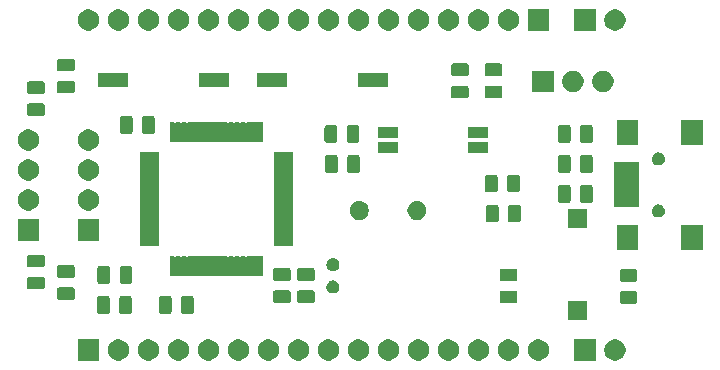
<source format=gbr>
G04 #@! TF.GenerationSoftware,KiCad,Pcbnew,5.1.5-52549c5~86~ubuntu18.04.1*
G04 #@! TF.CreationDate,2020-05-10T10:22:58+08:00*
G04 #@! TF.ProjectId,xzkb,787a6b62-2e6b-4696-9361-645f70636258,rev?*
G04 #@! TF.SameCoordinates,Original*
G04 #@! TF.FileFunction,Soldermask,Top*
G04 #@! TF.FilePolarity,Negative*
%FSLAX46Y46*%
G04 Gerber Fmt 4.6, Leading zero omitted, Abs format (unit mm)*
G04 Created by KiCad (PCBNEW 5.1.5-52549c5~86~ubuntu18.04.1) date 2020-05-10 10:22:58*
%MOMM*%
%LPD*%
G04 APERTURE LIST*
%ADD10C,0.100000*%
G04 APERTURE END LIST*
D10*
G36*
X88658000Y-145681000D02*
G01*
X86856000Y-145681000D01*
X86856000Y-143879000D01*
X88658000Y-143879000D01*
X88658000Y-145681000D01*
G37*
G36*
X61073512Y-143883927D02*
G01*
X61222812Y-143913624D01*
X61386784Y-143981544D01*
X61534354Y-144080147D01*
X61659853Y-144205646D01*
X61758456Y-144353216D01*
X61826376Y-144517188D01*
X61861000Y-144691259D01*
X61861000Y-144868741D01*
X61826376Y-145042812D01*
X61758456Y-145206784D01*
X61659853Y-145354354D01*
X61534354Y-145479853D01*
X61386784Y-145578456D01*
X61222812Y-145646376D01*
X61073512Y-145676073D01*
X61048742Y-145681000D01*
X60871258Y-145681000D01*
X60846488Y-145676073D01*
X60697188Y-145646376D01*
X60533216Y-145578456D01*
X60385646Y-145479853D01*
X60260147Y-145354354D01*
X60161544Y-145206784D01*
X60093624Y-145042812D01*
X60059000Y-144868741D01*
X60059000Y-144691259D01*
X60093624Y-144517188D01*
X60161544Y-144353216D01*
X60260147Y-144205646D01*
X60385646Y-144080147D01*
X60533216Y-143981544D01*
X60697188Y-143913624D01*
X60846488Y-143883927D01*
X60871258Y-143879000D01*
X61048742Y-143879000D01*
X61073512Y-143883927D01*
G37*
G36*
X81393512Y-143883927D02*
G01*
X81542812Y-143913624D01*
X81706784Y-143981544D01*
X81854354Y-144080147D01*
X81979853Y-144205646D01*
X82078456Y-144353216D01*
X82146376Y-144517188D01*
X82181000Y-144691259D01*
X82181000Y-144868741D01*
X82146376Y-145042812D01*
X82078456Y-145206784D01*
X81979853Y-145354354D01*
X81854354Y-145479853D01*
X81706784Y-145578456D01*
X81542812Y-145646376D01*
X81393512Y-145676073D01*
X81368742Y-145681000D01*
X81191258Y-145681000D01*
X81166488Y-145676073D01*
X81017188Y-145646376D01*
X80853216Y-145578456D01*
X80705646Y-145479853D01*
X80580147Y-145354354D01*
X80481544Y-145206784D01*
X80413624Y-145042812D01*
X80379000Y-144868741D01*
X80379000Y-144691259D01*
X80413624Y-144517188D01*
X80481544Y-144353216D01*
X80580147Y-144205646D01*
X80705646Y-144080147D01*
X80853216Y-143981544D01*
X81017188Y-143913624D01*
X81166488Y-143883927D01*
X81191258Y-143879000D01*
X81368742Y-143879000D01*
X81393512Y-143883927D01*
G37*
G36*
X78853512Y-143883927D02*
G01*
X79002812Y-143913624D01*
X79166784Y-143981544D01*
X79314354Y-144080147D01*
X79439853Y-144205646D01*
X79538456Y-144353216D01*
X79606376Y-144517188D01*
X79641000Y-144691259D01*
X79641000Y-144868741D01*
X79606376Y-145042812D01*
X79538456Y-145206784D01*
X79439853Y-145354354D01*
X79314354Y-145479853D01*
X79166784Y-145578456D01*
X79002812Y-145646376D01*
X78853512Y-145676073D01*
X78828742Y-145681000D01*
X78651258Y-145681000D01*
X78626488Y-145676073D01*
X78477188Y-145646376D01*
X78313216Y-145578456D01*
X78165646Y-145479853D01*
X78040147Y-145354354D01*
X77941544Y-145206784D01*
X77873624Y-145042812D01*
X77839000Y-144868741D01*
X77839000Y-144691259D01*
X77873624Y-144517188D01*
X77941544Y-144353216D01*
X78040147Y-144205646D01*
X78165646Y-144080147D01*
X78313216Y-143981544D01*
X78477188Y-143913624D01*
X78626488Y-143883927D01*
X78651258Y-143879000D01*
X78828742Y-143879000D01*
X78853512Y-143883927D01*
G37*
G36*
X76313512Y-143883927D02*
G01*
X76462812Y-143913624D01*
X76626784Y-143981544D01*
X76774354Y-144080147D01*
X76899853Y-144205646D01*
X76998456Y-144353216D01*
X77066376Y-144517188D01*
X77101000Y-144691259D01*
X77101000Y-144868741D01*
X77066376Y-145042812D01*
X76998456Y-145206784D01*
X76899853Y-145354354D01*
X76774354Y-145479853D01*
X76626784Y-145578456D01*
X76462812Y-145646376D01*
X76313512Y-145676073D01*
X76288742Y-145681000D01*
X76111258Y-145681000D01*
X76086488Y-145676073D01*
X75937188Y-145646376D01*
X75773216Y-145578456D01*
X75625646Y-145479853D01*
X75500147Y-145354354D01*
X75401544Y-145206784D01*
X75333624Y-145042812D01*
X75299000Y-144868741D01*
X75299000Y-144691259D01*
X75333624Y-144517188D01*
X75401544Y-144353216D01*
X75500147Y-144205646D01*
X75625646Y-144080147D01*
X75773216Y-143981544D01*
X75937188Y-143913624D01*
X76086488Y-143883927D01*
X76111258Y-143879000D01*
X76288742Y-143879000D01*
X76313512Y-143883927D01*
G37*
G36*
X73773512Y-143883927D02*
G01*
X73922812Y-143913624D01*
X74086784Y-143981544D01*
X74234354Y-144080147D01*
X74359853Y-144205646D01*
X74458456Y-144353216D01*
X74526376Y-144517188D01*
X74561000Y-144691259D01*
X74561000Y-144868741D01*
X74526376Y-145042812D01*
X74458456Y-145206784D01*
X74359853Y-145354354D01*
X74234354Y-145479853D01*
X74086784Y-145578456D01*
X73922812Y-145646376D01*
X73773512Y-145676073D01*
X73748742Y-145681000D01*
X73571258Y-145681000D01*
X73546488Y-145676073D01*
X73397188Y-145646376D01*
X73233216Y-145578456D01*
X73085646Y-145479853D01*
X72960147Y-145354354D01*
X72861544Y-145206784D01*
X72793624Y-145042812D01*
X72759000Y-144868741D01*
X72759000Y-144691259D01*
X72793624Y-144517188D01*
X72861544Y-144353216D01*
X72960147Y-144205646D01*
X73085646Y-144080147D01*
X73233216Y-143981544D01*
X73397188Y-143913624D01*
X73546488Y-143883927D01*
X73571258Y-143879000D01*
X73748742Y-143879000D01*
X73773512Y-143883927D01*
G37*
G36*
X71233512Y-143883927D02*
G01*
X71382812Y-143913624D01*
X71546784Y-143981544D01*
X71694354Y-144080147D01*
X71819853Y-144205646D01*
X71918456Y-144353216D01*
X71986376Y-144517188D01*
X72021000Y-144691259D01*
X72021000Y-144868741D01*
X71986376Y-145042812D01*
X71918456Y-145206784D01*
X71819853Y-145354354D01*
X71694354Y-145479853D01*
X71546784Y-145578456D01*
X71382812Y-145646376D01*
X71233512Y-145676073D01*
X71208742Y-145681000D01*
X71031258Y-145681000D01*
X71006488Y-145676073D01*
X70857188Y-145646376D01*
X70693216Y-145578456D01*
X70545646Y-145479853D01*
X70420147Y-145354354D01*
X70321544Y-145206784D01*
X70253624Y-145042812D01*
X70219000Y-144868741D01*
X70219000Y-144691259D01*
X70253624Y-144517188D01*
X70321544Y-144353216D01*
X70420147Y-144205646D01*
X70545646Y-144080147D01*
X70693216Y-143981544D01*
X70857188Y-143913624D01*
X71006488Y-143883927D01*
X71031258Y-143879000D01*
X71208742Y-143879000D01*
X71233512Y-143883927D01*
G37*
G36*
X68693512Y-143883927D02*
G01*
X68842812Y-143913624D01*
X69006784Y-143981544D01*
X69154354Y-144080147D01*
X69279853Y-144205646D01*
X69378456Y-144353216D01*
X69446376Y-144517188D01*
X69481000Y-144691259D01*
X69481000Y-144868741D01*
X69446376Y-145042812D01*
X69378456Y-145206784D01*
X69279853Y-145354354D01*
X69154354Y-145479853D01*
X69006784Y-145578456D01*
X68842812Y-145646376D01*
X68693512Y-145676073D01*
X68668742Y-145681000D01*
X68491258Y-145681000D01*
X68466488Y-145676073D01*
X68317188Y-145646376D01*
X68153216Y-145578456D01*
X68005646Y-145479853D01*
X67880147Y-145354354D01*
X67781544Y-145206784D01*
X67713624Y-145042812D01*
X67679000Y-144868741D01*
X67679000Y-144691259D01*
X67713624Y-144517188D01*
X67781544Y-144353216D01*
X67880147Y-144205646D01*
X68005646Y-144080147D01*
X68153216Y-143981544D01*
X68317188Y-143913624D01*
X68466488Y-143883927D01*
X68491258Y-143879000D01*
X68668742Y-143879000D01*
X68693512Y-143883927D01*
G37*
G36*
X66153512Y-143883927D02*
G01*
X66302812Y-143913624D01*
X66466784Y-143981544D01*
X66614354Y-144080147D01*
X66739853Y-144205646D01*
X66838456Y-144353216D01*
X66906376Y-144517188D01*
X66941000Y-144691259D01*
X66941000Y-144868741D01*
X66906376Y-145042812D01*
X66838456Y-145206784D01*
X66739853Y-145354354D01*
X66614354Y-145479853D01*
X66466784Y-145578456D01*
X66302812Y-145646376D01*
X66153512Y-145676073D01*
X66128742Y-145681000D01*
X65951258Y-145681000D01*
X65926488Y-145676073D01*
X65777188Y-145646376D01*
X65613216Y-145578456D01*
X65465646Y-145479853D01*
X65340147Y-145354354D01*
X65241544Y-145206784D01*
X65173624Y-145042812D01*
X65139000Y-144868741D01*
X65139000Y-144691259D01*
X65173624Y-144517188D01*
X65241544Y-144353216D01*
X65340147Y-144205646D01*
X65465646Y-144080147D01*
X65613216Y-143981544D01*
X65777188Y-143913624D01*
X65926488Y-143883927D01*
X65951258Y-143879000D01*
X66128742Y-143879000D01*
X66153512Y-143883927D01*
G37*
G36*
X63613512Y-143883927D02*
G01*
X63762812Y-143913624D01*
X63926784Y-143981544D01*
X64074354Y-144080147D01*
X64199853Y-144205646D01*
X64298456Y-144353216D01*
X64366376Y-144517188D01*
X64401000Y-144691259D01*
X64401000Y-144868741D01*
X64366376Y-145042812D01*
X64298456Y-145206784D01*
X64199853Y-145354354D01*
X64074354Y-145479853D01*
X63926784Y-145578456D01*
X63762812Y-145646376D01*
X63613512Y-145676073D01*
X63588742Y-145681000D01*
X63411258Y-145681000D01*
X63386488Y-145676073D01*
X63237188Y-145646376D01*
X63073216Y-145578456D01*
X62925646Y-145479853D01*
X62800147Y-145354354D01*
X62701544Y-145206784D01*
X62633624Y-145042812D01*
X62599000Y-144868741D01*
X62599000Y-144691259D01*
X62633624Y-144517188D01*
X62701544Y-144353216D01*
X62800147Y-144205646D01*
X62925646Y-144080147D01*
X63073216Y-143981544D01*
X63237188Y-143913624D01*
X63386488Y-143883927D01*
X63411258Y-143879000D01*
X63588742Y-143879000D01*
X63613512Y-143883927D01*
G37*
G36*
X55993512Y-143883927D02*
G01*
X56142812Y-143913624D01*
X56306784Y-143981544D01*
X56454354Y-144080147D01*
X56579853Y-144205646D01*
X56678456Y-144353216D01*
X56746376Y-144517188D01*
X56781000Y-144691259D01*
X56781000Y-144868741D01*
X56746376Y-145042812D01*
X56678456Y-145206784D01*
X56579853Y-145354354D01*
X56454354Y-145479853D01*
X56306784Y-145578456D01*
X56142812Y-145646376D01*
X55993512Y-145676073D01*
X55968742Y-145681000D01*
X55791258Y-145681000D01*
X55766488Y-145676073D01*
X55617188Y-145646376D01*
X55453216Y-145578456D01*
X55305646Y-145479853D01*
X55180147Y-145354354D01*
X55081544Y-145206784D01*
X55013624Y-145042812D01*
X54979000Y-144868741D01*
X54979000Y-144691259D01*
X55013624Y-144517188D01*
X55081544Y-144353216D01*
X55180147Y-144205646D01*
X55305646Y-144080147D01*
X55453216Y-143981544D01*
X55617188Y-143913624D01*
X55766488Y-143883927D01*
X55791258Y-143879000D01*
X55968742Y-143879000D01*
X55993512Y-143883927D01*
G37*
G36*
X58533512Y-143883927D02*
G01*
X58682812Y-143913624D01*
X58846784Y-143981544D01*
X58994354Y-144080147D01*
X59119853Y-144205646D01*
X59218456Y-144353216D01*
X59286376Y-144517188D01*
X59321000Y-144691259D01*
X59321000Y-144868741D01*
X59286376Y-145042812D01*
X59218456Y-145206784D01*
X59119853Y-145354354D01*
X58994354Y-145479853D01*
X58846784Y-145578456D01*
X58682812Y-145646376D01*
X58533512Y-145676073D01*
X58508742Y-145681000D01*
X58331258Y-145681000D01*
X58306488Y-145676073D01*
X58157188Y-145646376D01*
X57993216Y-145578456D01*
X57845646Y-145479853D01*
X57720147Y-145354354D01*
X57621544Y-145206784D01*
X57553624Y-145042812D01*
X57519000Y-144868741D01*
X57519000Y-144691259D01*
X57553624Y-144517188D01*
X57621544Y-144353216D01*
X57720147Y-144205646D01*
X57845646Y-144080147D01*
X57993216Y-143981544D01*
X58157188Y-143913624D01*
X58306488Y-143883927D01*
X58331258Y-143879000D01*
X58508742Y-143879000D01*
X58533512Y-143883927D01*
G37*
G36*
X90410512Y-143883927D02*
G01*
X90559812Y-143913624D01*
X90723784Y-143981544D01*
X90871354Y-144080147D01*
X90996853Y-144205646D01*
X91095456Y-144353216D01*
X91163376Y-144517188D01*
X91198000Y-144691259D01*
X91198000Y-144868741D01*
X91163376Y-145042812D01*
X91095456Y-145206784D01*
X90996853Y-145354354D01*
X90871354Y-145479853D01*
X90723784Y-145578456D01*
X90559812Y-145646376D01*
X90410512Y-145676073D01*
X90385742Y-145681000D01*
X90208258Y-145681000D01*
X90183488Y-145676073D01*
X90034188Y-145646376D01*
X89870216Y-145578456D01*
X89722646Y-145479853D01*
X89597147Y-145354354D01*
X89498544Y-145206784D01*
X89430624Y-145042812D01*
X89396000Y-144868741D01*
X89396000Y-144691259D01*
X89430624Y-144517188D01*
X89498544Y-144353216D01*
X89597147Y-144205646D01*
X89722646Y-144080147D01*
X89870216Y-143981544D01*
X90034188Y-143913624D01*
X90183488Y-143883927D01*
X90208258Y-143879000D01*
X90385742Y-143879000D01*
X90410512Y-143883927D01*
G37*
G36*
X83933512Y-143883927D02*
G01*
X84082812Y-143913624D01*
X84246784Y-143981544D01*
X84394354Y-144080147D01*
X84519853Y-144205646D01*
X84618456Y-144353216D01*
X84686376Y-144517188D01*
X84721000Y-144691259D01*
X84721000Y-144868741D01*
X84686376Y-145042812D01*
X84618456Y-145206784D01*
X84519853Y-145354354D01*
X84394354Y-145479853D01*
X84246784Y-145578456D01*
X84082812Y-145646376D01*
X83933512Y-145676073D01*
X83908742Y-145681000D01*
X83731258Y-145681000D01*
X83706488Y-145676073D01*
X83557188Y-145646376D01*
X83393216Y-145578456D01*
X83245646Y-145479853D01*
X83120147Y-145354354D01*
X83021544Y-145206784D01*
X82953624Y-145042812D01*
X82919000Y-144868741D01*
X82919000Y-144691259D01*
X82953624Y-144517188D01*
X83021544Y-144353216D01*
X83120147Y-144205646D01*
X83245646Y-144080147D01*
X83393216Y-143981544D01*
X83557188Y-143913624D01*
X83706488Y-143883927D01*
X83731258Y-143879000D01*
X83908742Y-143879000D01*
X83933512Y-143883927D01*
G37*
G36*
X46621000Y-145681000D02*
G01*
X44819000Y-145681000D01*
X44819000Y-143879000D01*
X46621000Y-143879000D01*
X46621000Y-145681000D01*
G37*
G36*
X48373512Y-143883927D02*
G01*
X48522812Y-143913624D01*
X48686784Y-143981544D01*
X48834354Y-144080147D01*
X48959853Y-144205646D01*
X49058456Y-144353216D01*
X49126376Y-144517188D01*
X49161000Y-144691259D01*
X49161000Y-144868741D01*
X49126376Y-145042812D01*
X49058456Y-145206784D01*
X48959853Y-145354354D01*
X48834354Y-145479853D01*
X48686784Y-145578456D01*
X48522812Y-145646376D01*
X48373512Y-145676073D01*
X48348742Y-145681000D01*
X48171258Y-145681000D01*
X48146488Y-145676073D01*
X47997188Y-145646376D01*
X47833216Y-145578456D01*
X47685646Y-145479853D01*
X47560147Y-145354354D01*
X47461544Y-145206784D01*
X47393624Y-145042812D01*
X47359000Y-144868741D01*
X47359000Y-144691259D01*
X47393624Y-144517188D01*
X47461544Y-144353216D01*
X47560147Y-144205646D01*
X47685646Y-144080147D01*
X47833216Y-143981544D01*
X47997188Y-143913624D01*
X48146488Y-143883927D01*
X48171258Y-143879000D01*
X48348742Y-143879000D01*
X48373512Y-143883927D01*
G37*
G36*
X50913512Y-143883927D02*
G01*
X51062812Y-143913624D01*
X51226784Y-143981544D01*
X51374354Y-144080147D01*
X51499853Y-144205646D01*
X51598456Y-144353216D01*
X51666376Y-144517188D01*
X51701000Y-144691259D01*
X51701000Y-144868741D01*
X51666376Y-145042812D01*
X51598456Y-145206784D01*
X51499853Y-145354354D01*
X51374354Y-145479853D01*
X51226784Y-145578456D01*
X51062812Y-145646376D01*
X50913512Y-145676073D01*
X50888742Y-145681000D01*
X50711258Y-145681000D01*
X50686488Y-145676073D01*
X50537188Y-145646376D01*
X50373216Y-145578456D01*
X50225646Y-145479853D01*
X50100147Y-145354354D01*
X50001544Y-145206784D01*
X49933624Y-145042812D01*
X49899000Y-144868741D01*
X49899000Y-144691259D01*
X49933624Y-144517188D01*
X50001544Y-144353216D01*
X50100147Y-144205646D01*
X50225646Y-144080147D01*
X50373216Y-143981544D01*
X50537188Y-143913624D01*
X50686488Y-143883927D01*
X50711258Y-143879000D01*
X50888742Y-143879000D01*
X50913512Y-143883927D01*
G37*
G36*
X53453512Y-143883927D02*
G01*
X53602812Y-143913624D01*
X53766784Y-143981544D01*
X53914354Y-144080147D01*
X54039853Y-144205646D01*
X54138456Y-144353216D01*
X54206376Y-144517188D01*
X54241000Y-144691259D01*
X54241000Y-144868741D01*
X54206376Y-145042812D01*
X54138456Y-145206784D01*
X54039853Y-145354354D01*
X53914354Y-145479853D01*
X53766784Y-145578456D01*
X53602812Y-145646376D01*
X53453512Y-145676073D01*
X53428742Y-145681000D01*
X53251258Y-145681000D01*
X53226488Y-145676073D01*
X53077188Y-145646376D01*
X52913216Y-145578456D01*
X52765646Y-145479853D01*
X52640147Y-145354354D01*
X52541544Y-145206784D01*
X52473624Y-145042812D01*
X52439000Y-144868741D01*
X52439000Y-144691259D01*
X52473624Y-144517188D01*
X52541544Y-144353216D01*
X52640147Y-144205646D01*
X52765646Y-144080147D01*
X52913216Y-143981544D01*
X53077188Y-143913624D01*
X53226488Y-143883927D01*
X53251258Y-143879000D01*
X53428742Y-143879000D01*
X53453512Y-143883927D01*
G37*
G36*
X87923000Y-142242000D02*
G01*
X86321000Y-142242000D01*
X86321000Y-140640000D01*
X87923000Y-140640000D01*
X87923000Y-142242000D01*
G37*
G36*
X52598968Y-140223565D02*
G01*
X52637638Y-140235296D01*
X52673277Y-140254346D01*
X52704517Y-140279983D01*
X52730154Y-140311223D01*
X52749204Y-140346862D01*
X52760935Y-140385532D01*
X52765500Y-140431888D01*
X52765500Y-141508112D01*
X52760935Y-141554468D01*
X52749204Y-141593138D01*
X52730154Y-141628777D01*
X52704517Y-141660017D01*
X52673277Y-141685654D01*
X52637638Y-141704704D01*
X52598968Y-141716435D01*
X52552612Y-141721000D01*
X51901388Y-141721000D01*
X51855032Y-141716435D01*
X51816362Y-141704704D01*
X51780723Y-141685654D01*
X51749483Y-141660017D01*
X51723846Y-141628777D01*
X51704796Y-141593138D01*
X51693065Y-141554468D01*
X51688500Y-141508112D01*
X51688500Y-140431888D01*
X51693065Y-140385532D01*
X51704796Y-140346862D01*
X51723846Y-140311223D01*
X51749483Y-140279983D01*
X51780723Y-140254346D01*
X51816362Y-140235296D01*
X51855032Y-140223565D01*
X51901388Y-140219000D01*
X52552612Y-140219000D01*
X52598968Y-140223565D01*
G37*
G36*
X54473968Y-140223565D02*
G01*
X54512638Y-140235296D01*
X54548277Y-140254346D01*
X54579517Y-140279983D01*
X54605154Y-140311223D01*
X54624204Y-140346862D01*
X54635935Y-140385532D01*
X54640500Y-140431888D01*
X54640500Y-141508112D01*
X54635935Y-141554468D01*
X54624204Y-141593138D01*
X54605154Y-141628777D01*
X54579517Y-141660017D01*
X54548277Y-141685654D01*
X54512638Y-141704704D01*
X54473968Y-141716435D01*
X54427612Y-141721000D01*
X53776388Y-141721000D01*
X53730032Y-141716435D01*
X53691362Y-141704704D01*
X53655723Y-141685654D01*
X53624483Y-141660017D01*
X53598846Y-141628777D01*
X53579796Y-141593138D01*
X53568065Y-141554468D01*
X53563500Y-141508112D01*
X53563500Y-140431888D01*
X53568065Y-140385532D01*
X53579796Y-140346862D01*
X53598846Y-140311223D01*
X53624483Y-140279983D01*
X53655723Y-140254346D01*
X53691362Y-140235296D01*
X53730032Y-140223565D01*
X53776388Y-140219000D01*
X54427612Y-140219000D01*
X54473968Y-140223565D01*
G37*
G36*
X47361968Y-140223565D02*
G01*
X47400638Y-140235296D01*
X47436277Y-140254346D01*
X47467517Y-140279983D01*
X47493154Y-140311223D01*
X47512204Y-140346862D01*
X47523935Y-140385532D01*
X47528500Y-140431888D01*
X47528500Y-141508112D01*
X47523935Y-141554468D01*
X47512204Y-141593138D01*
X47493154Y-141628777D01*
X47467517Y-141660017D01*
X47436277Y-141685654D01*
X47400638Y-141704704D01*
X47361968Y-141716435D01*
X47315612Y-141721000D01*
X46664388Y-141721000D01*
X46618032Y-141716435D01*
X46579362Y-141704704D01*
X46543723Y-141685654D01*
X46512483Y-141660017D01*
X46486846Y-141628777D01*
X46467796Y-141593138D01*
X46456065Y-141554468D01*
X46451500Y-141508112D01*
X46451500Y-140431888D01*
X46456065Y-140385532D01*
X46467796Y-140346862D01*
X46486846Y-140311223D01*
X46512483Y-140279983D01*
X46543723Y-140254346D01*
X46579362Y-140235296D01*
X46618032Y-140223565D01*
X46664388Y-140219000D01*
X47315612Y-140219000D01*
X47361968Y-140223565D01*
G37*
G36*
X49236968Y-140223565D02*
G01*
X49275638Y-140235296D01*
X49311277Y-140254346D01*
X49342517Y-140279983D01*
X49368154Y-140311223D01*
X49387204Y-140346862D01*
X49398935Y-140385532D01*
X49403500Y-140431888D01*
X49403500Y-141508112D01*
X49398935Y-141554468D01*
X49387204Y-141593138D01*
X49368154Y-141628777D01*
X49342517Y-141660017D01*
X49311277Y-141685654D01*
X49275638Y-141704704D01*
X49236968Y-141716435D01*
X49190612Y-141721000D01*
X48539388Y-141721000D01*
X48493032Y-141716435D01*
X48454362Y-141704704D01*
X48418723Y-141685654D01*
X48387483Y-141660017D01*
X48361846Y-141628777D01*
X48342796Y-141593138D01*
X48331065Y-141554468D01*
X48326500Y-141508112D01*
X48326500Y-140431888D01*
X48331065Y-140385532D01*
X48342796Y-140346862D01*
X48361846Y-140311223D01*
X48387483Y-140279983D01*
X48418723Y-140254346D01*
X48454362Y-140235296D01*
X48493032Y-140223565D01*
X48539388Y-140219000D01*
X49190612Y-140219000D01*
X49236968Y-140223565D01*
G37*
G36*
X92024468Y-139801065D02*
G01*
X92063138Y-139812796D01*
X92098777Y-139831846D01*
X92130017Y-139857483D01*
X92155654Y-139888723D01*
X92174704Y-139924362D01*
X92186435Y-139963032D01*
X92191000Y-140009388D01*
X92191000Y-140660612D01*
X92186435Y-140706968D01*
X92174704Y-140745638D01*
X92155654Y-140781277D01*
X92130017Y-140812517D01*
X92098777Y-140838154D01*
X92063138Y-140857204D01*
X92024468Y-140868935D01*
X91978112Y-140873500D01*
X90901888Y-140873500D01*
X90855532Y-140868935D01*
X90816862Y-140857204D01*
X90781223Y-140838154D01*
X90749983Y-140812517D01*
X90724346Y-140781277D01*
X90705296Y-140745638D01*
X90693565Y-140706968D01*
X90689000Y-140660612D01*
X90689000Y-140009388D01*
X90693565Y-139963032D01*
X90705296Y-139924362D01*
X90724346Y-139888723D01*
X90749983Y-139857483D01*
X90781223Y-139831846D01*
X90816862Y-139812796D01*
X90855532Y-139801065D01*
X90901888Y-139796500D01*
X91978112Y-139796500D01*
X92024468Y-139801065D01*
G37*
G36*
X81864468Y-139771065D02*
G01*
X81903138Y-139782796D01*
X81938777Y-139801846D01*
X81970017Y-139827483D01*
X81995654Y-139858723D01*
X82014704Y-139894362D01*
X82026435Y-139933032D01*
X82031000Y-139979388D01*
X82031000Y-140630612D01*
X82026435Y-140676968D01*
X82014704Y-140715638D01*
X81995654Y-140751277D01*
X81970017Y-140782517D01*
X81938777Y-140808154D01*
X81903138Y-140827204D01*
X81864468Y-140838935D01*
X81818112Y-140843500D01*
X80741888Y-140843500D01*
X80695532Y-140838935D01*
X80656862Y-140827204D01*
X80621223Y-140808154D01*
X80589983Y-140782517D01*
X80564346Y-140751277D01*
X80545296Y-140715638D01*
X80533565Y-140676968D01*
X80529000Y-140630612D01*
X80529000Y-139979388D01*
X80533565Y-139933032D01*
X80545296Y-139894362D01*
X80564346Y-139858723D01*
X80589983Y-139827483D01*
X80621223Y-139801846D01*
X80656862Y-139782796D01*
X80695532Y-139771065D01*
X80741888Y-139766500D01*
X81818112Y-139766500D01*
X81864468Y-139771065D01*
G37*
G36*
X62687468Y-139722565D02*
G01*
X62726138Y-139734296D01*
X62761777Y-139753346D01*
X62793017Y-139778983D01*
X62818654Y-139810223D01*
X62837704Y-139845862D01*
X62849435Y-139884532D01*
X62854000Y-139930888D01*
X62854000Y-140582112D01*
X62849435Y-140628468D01*
X62837704Y-140667138D01*
X62818654Y-140702777D01*
X62793017Y-140734017D01*
X62761777Y-140759654D01*
X62726138Y-140778704D01*
X62687468Y-140790435D01*
X62641112Y-140795000D01*
X61564888Y-140795000D01*
X61518532Y-140790435D01*
X61479862Y-140778704D01*
X61444223Y-140759654D01*
X61412983Y-140734017D01*
X61387346Y-140702777D01*
X61368296Y-140667138D01*
X61356565Y-140628468D01*
X61352000Y-140582112D01*
X61352000Y-139930888D01*
X61356565Y-139884532D01*
X61368296Y-139845862D01*
X61387346Y-139810223D01*
X61412983Y-139778983D01*
X61444223Y-139753346D01*
X61479862Y-139734296D01*
X61518532Y-139722565D01*
X61564888Y-139718000D01*
X62641112Y-139718000D01*
X62687468Y-139722565D01*
G37*
G36*
X64719468Y-139722565D02*
G01*
X64758138Y-139734296D01*
X64793777Y-139753346D01*
X64825017Y-139778983D01*
X64850654Y-139810223D01*
X64869704Y-139845862D01*
X64881435Y-139884532D01*
X64886000Y-139930888D01*
X64886000Y-140582112D01*
X64881435Y-140628468D01*
X64869704Y-140667138D01*
X64850654Y-140702777D01*
X64825017Y-140734017D01*
X64793777Y-140759654D01*
X64758138Y-140778704D01*
X64719468Y-140790435D01*
X64673112Y-140795000D01*
X63596888Y-140795000D01*
X63550532Y-140790435D01*
X63511862Y-140778704D01*
X63476223Y-140759654D01*
X63444983Y-140734017D01*
X63419346Y-140702777D01*
X63400296Y-140667138D01*
X63388565Y-140628468D01*
X63384000Y-140582112D01*
X63384000Y-139930888D01*
X63388565Y-139884532D01*
X63400296Y-139845862D01*
X63419346Y-139810223D01*
X63444983Y-139778983D01*
X63476223Y-139753346D01*
X63511862Y-139734296D01*
X63550532Y-139722565D01*
X63596888Y-139718000D01*
X64673112Y-139718000D01*
X64719468Y-139722565D01*
G37*
G36*
X44399468Y-139468565D02*
G01*
X44438138Y-139480296D01*
X44473777Y-139499346D01*
X44505017Y-139524983D01*
X44530654Y-139556223D01*
X44549704Y-139591862D01*
X44561435Y-139630532D01*
X44566000Y-139676888D01*
X44566000Y-140328112D01*
X44561435Y-140374468D01*
X44549704Y-140413138D01*
X44530654Y-140448777D01*
X44505017Y-140480017D01*
X44473777Y-140505654D01*
X44438138Y-140524704D01*
X44399468Y-140536435D01*
X44353112Y-140541000D01*
X43276888Y-140541000D01*
X43230532Y-140536435D01*
X43191862Y-140524704D01*
X43156223Y-140505654D01*
X43124983Y-140480017D01*
X43099346Y-140448777D01*
X43080296Y-140413138D01*
X43068565Y-140374468D01*
X43064000Y-140328112D01*
X43064000Y-139676888D01*
X43068565Y-139630532D01*
X43080296Y-139591862D01*
X43099346Y-139556223D01*
X43124983Y-139524983D01*
X43156223Y-139499346D01*
X43191862Y-139480296D01*
X43230532Y-139468565D01*
X43276888Y-139464000D01*
X44353112Y-139464000D01*
X44399468Y-139468565D01*
G37*
G36*
X66581721Y-138916174D02*
G01*
X66681995Y-138957709D01*
X66712370Y-138978005D01*
X66772242Y-139018010D01*
X66848990Y-139094758D01*
X66848991Y-139094760D01*
X66909291Y-139185005D01*
X66950826Y-139285279D01*
X66972000Y-139391730D01*
X66972000Y-139500270D01*
X66950826Y-139606721D01*
X66909291Y-139706995D01*
X66898887Y-139722565D01*
X66848990Y-139797242D01*
X66772242Y-139873990D01*
X66750192Y-139888723D01*
X66681995Y-139934291D01*
X66581721Y-139975826D01*
X66475270Y-139997000D01*
X66366730Y-139997000D01*
X66260279Y-139975826D01*
X66160005Y-139934291D01*
X66091808Y-139888723D01*
X66069758Y-139873990D01*
X65993010Y-139797242D01*
X65943113Y-139722565D01*
X65932709Y-139706995D01*
X65891174Y-139606721D01*
X65870000Y-139500270D01*
X65870000Y-139391730D01*
X65891174Y-139285279D01*
X65932709Y-139185005D01*
X65993009Y-139094760D01*
X65993010Y-139094758D01*
X66069758Y-139018010D01*
X66129630Y-138978005D01*
X66160005Y-138957709D01*
X66260279Y-138916174D01*
X66366730Y-138895000D01*
X66475270Y-138895000D01*
X66581721Y-138916174D01*
G37*
G36*
X41859468Y-138579565D02*
G01*
X41898138Y-138591296D01*
X41933777Y-138610346D01*
X41965017Y-138635983D01*
X41990654Y-138667223D01*
X42009704Y-138702862D01*
X42021435Y-138741532D01*
X42026000Y-138787888D01*
X42026000Y-139439112D01*
X42021435Y-139485468D01*
X42009704Y-139524138D01*
X41990654Y-139559777D01*
X41965017Y-139591017D01*
X41933777Y-139616654D01*
X41898138Y-139635704D01*
X41859468Y-139647435D01*
X41813112Y-139652000D01*
X40736888Y-139652000D01*
X40690532Y-139647435D01*
X40651862Y-139635704D01*
X40616223Y-139616654D01*
X40584983Y-139591017D01*
X40559346Y-139559777D01*
X40540296Y-139524138D01*
X40528565Y-139485468D01*
X40524000Y-139439112D01*
X40524000Y-138787888D01*
X40528565Y-138741532D01*
X40540296Y-138702862D01*
X40559346Y-138667223D01*
X40584983Y-138635983D01*
X40616223Y-138610346D01*
X40651862Y-138591296D01*
X40690532Y-138579565D01*
X40736888Y-138575000D01*
X41813112Y-138575000D01*
X41859468Y-138579565D01*
G37*
G36*
X47391968Y-137683565D02*
G01*
X47430638Y-137695296D01*
X47466277Y-137714346D01*
X47497517Y-137739983D01*
X47523154Y-137771223D01*
X47542204Y-137806862D01*
X47553935Y-137845532D01*
X47558500Y-137891888D01*
X47558500Y-138968112D01*
X47553935Y-139014468D01*
X47542204Y-139053138D01*
X47523154Y-139088777D01*
X47497517Y-139120017D01*
X47466277Y-139145654D01*
X47430638Y-139164704D01*
X47391968Y-139176435D01*
X47345612Y-139181000D01*
X46694388Y-139181000D01*
X46648032Y-139176435D01*
X46609362Y-139164704D01*
X46573723Y-139145654D01*
X46542483Y-139120017D01*
X46516846Y-139088777D01*
X46497796Y-139053138D01*
X46486065Y-139014468D01*
X46481500Y-138968112D01*
X46481500Y-137891888D01*
X46486065Y-137845532D01*
X46497796Y-137806862D01*
X46516846Y-137771223D01*
X46542483Y-137739983D01*
X46573723Y-137714346D01*
X46609362Y-137695296D01*
X46648032Y-137683565D01*
X46694388Y-137679000D01*
X47345612Y-137679000D01*
X47391968Y-137683565D01*
G37*
G36*
X49266968Y-137683565D02*
G01*
X49305638Y-137695296D01*
X49341277Y-137714346D01*
X49372517Y-137739983D01*
X49398154Y-137771223D01*
X49417204Y-137806862D01*
X49428935Y-137845532D01*
X49433500Y-137891888D01*
X49433500Y-138968112D01*
X49428935Y-139014468D01*
X49417204Y-139053138D01*
X49398154Y-139088777D01*
X49372517Y-139120017D01*
X49341277Y-139145654D01*
X49305638Y-139164704D01*
X49266968Y-139176435D01*
X49220612Y-139181000D01*
X48569388Y-139181000D01*
X48523032Y-139176435D01*
X48484362Y-139164704D01*
X48448723Y-139145654D01*
X48417483Y-139120017D01*
X48391846Y-139088777D01*
X48372796Y-139053138D01*
X48361065Y-139014468D01*
X48356500Y-138968112D01*
X48356500Y-137891888D01*
X48361065Y-137845532D01*
X48372796Y-137806862D01*
X48391846Y-137771223D01*
X48417483Y-137739983D01*
X48448723Y-137714346D01*
X48484362Y-137695296D01*
X48523032Y-137683565D01*
X48569388Y-137679000D01*
X49220612Y-137679000D01*
X49266968Y-137683565D01*
G37*
G36*
X92024468Y-137926065D02*
G01*
X92063138Y-137937796D01*
X92098777Y-137956846D01*
X92130017Y-137982483D01*
X92155654Y-138013723D01*
X92174704Y-138049362D01*
X92186435Y-138088032D01*
X92191000Y-138134388D01*
X92191000Y-138785612D01*
X92186435Y-138831968D01*
X92174704Y-138870638D01*
X92155654Y-138906277D01*
X92130017Y-138937517D01*
X92098777Y-138963154D01*
X92063138Y-138982204D01*
X92024468Y-138993935D01*
X91978112Y-138998500D01*
X90901888Y-138998500D01*
X90855532Y-138993935D01*
X90816862Y-138982204D01*
X90781223Y-138963154D01*
X90749983Y-138937517D01*
X90724346Y-138906277D01*
X90705296Y-138870638D01*
X90693565Y-138831968D01*
X90689000Y-138785612D01*
X90689000Y-138134388D01*
X90693565Y-138088032D01*
X90705296Y-138049362D01*
X90724346Y-138013723D01*
X90749983Y-137982483D01*
X90781223Y-137956846D01*
X90816862Y-137937796D01*
X90855532Y-137926065D01*
X90901888Y-137921500D01*
X91978112Y-137921500D01*
X92024468Y-137926065D01*
G37*
G36*
X81864468Y-137896065D02*
G01*
X81903138Y-137907796D01*
X81938777Y-137926846D01*
X81970017Y-137952483D01*
X81995654Y-137983723D01*
X82014704Y-138019362D01*
X82026435Y-138058032D01*
X82031000Y-138104388D01*
X82031000Y-138755612D01*
X82026435Y-138801968D01*
X82014704Y-138840638D01*
X81995654Y-138876277D01*
X81970017Y-138907517D01*
X81938777Y-138933154D01*
X81903138Y-138952204D01*
X81864468Y-138963935D01*
X81818112Y-138968500D01*
X80741888Y-138968500D01*
X80695532Y-138963935D01*
X80656862Y-138952204D01*
X80621223Y-138933154D01*
X80589983Y-138907517D01*
X80564346Y-138876277D01*
X80545296Y-138840638D01*
X80533565Y-138801968D01*
X80529000Y-138755612D01*
X80529000Y-138104388D01*
X80533565Y-138058032D01*
X80545296Y-138019362D01*
X80564346Y-137983723D01*
X80589983Y-137952483D01*
X80621223Y-137926846D01*
X80656862Y-137907796D01*
X80695532Y-137896065D01*
X80741888Y-137891500D01*
X81818112Y-137891500D01*
X81864468Y-137896065D01*
G37*
G36*
X64719468Y-137847565D02*
G01*
X64758138Y-137859296D01*
X64793777Y-137878346D01*
X64825017Y-137903983D01*
X64850654Y-137935223D01*
X64869704Y-137970862D01*
X64881435Y-138009532D01*
X64886000Y-138055888D01*
X64886000Y-138707112D01*
X64881435Y-138753468D01*
X64869704Y-138792138D01*
X64850654Y-138827777D01*
X64825017Y-138859017D01*
X64793777Y-138884654D01*
X64758138Y-138903704D01*
X64719468Y-138915435D01*
X64673112Y-138920000D01*
X63596888Y-138920000D01*
X63550532Y-138915435D01*
X63511862Y-138903704D01*
X63476223Y-138884654D01*
X63444983Y-138859017D01*
X63419346Y-138827777D01*
X63400296Y-138792138D01*
X63388565Y-138753468D01*
X63384000Y-138707112D01*
X63384000Y-138055888D01*
X63388565Y-138009532D01*
X63400296Y-137970862D01*
X63419346Y-137935223D01*
X63444983Y-137903983D01*
X63476223Y-137878346D01*
X63511862Y-137859296D01*
X63550532Y-137847565D01*
X63596888Y-137843000D01*
X64673112Y-137843000D01*
X64719468Y-137847565D01*
G37*
G36*
X62687468Y-137847565D02*
G01*
X62726138Y-137859296D01*
X62761777Y-137878346D01*
X62793017Y-137903983D01*
X62818654Y-137935223D01*
X62837704Y-137970862D01*
X62849435Y-138009532D01*
X62854000Y-138055888D01*
X62854000Y-138707112D01*
X62849435Y-138753468D01*
X62837704Y-138792138D01*
X62818654Y-138827777D01*
X62793017Y-138859017D01*
X62761777Y-138884654D01*
X62726138Y-138903704D01*
X62687468Y-138915435D01*
X62641112Y-138920000D01*
X61564888Y-138920000D01*
X61518532Y-138915435D01*
X61479862Y-138903704D01*
X61444223Y-138884654D01*
X61412983Y-138859017D01*
X61387346Y-138827777D01*
X61368296Y-138792138D01*
X61356565Y-138753468D01*
X61352000Y-138707112D01*
X61352000Y-138055888D01*
X61356565Y-138009532D01*
X61368296Y-137970862D01*
X61387346Y-137935223D01*
X61412983Y-137903983D01*
X61444223Y-137878346D01*
X61479862Y-137859296D01*
X61518532Y-137847565D01*
X61564888Y-137843000D01*
X62641112Y-137843000D01*
X62687468Y-137847565D01*
G37*
G36*
X44399468Y-137593565D02*
G01*
X44438138Y-137605296D01*
X44473777Y-137624346D01*
X44505017Y-137649983D01*
X44530654Y-137681223D01*
X44549704Y-137716862D01*
X44561435Y-137755532D01*
X44566000Y-137801888D01*
X44566000Y-138453112D01*
X44561435Y-138499468D01*
X44549704Y-138538138D01*
X44530654Y-138573777D01*
X44505017Y-138605017D01*
X44473777Y-138630654D01*
X44438138Y-138649704D01*
X44399468Y-138661435D01*
X44353112Y-138666000D01*
X43276888Y-138666000D01*
X43230532Y-138661435D01*
X43191862Y-138649704D01*
X43156223Y-138630654D01*
X43124983Y-138605017D01*
X43099346Y-138573777D01*
X43080296Y-138538138D01*
X43068565Y-138499468D01*
X43064000Y-138453112D01*
X43064000Y-137801888D01*
X43068565Y-137755532D01*
X43080296Y-137716862D01*
X43099346Y-137681223D01*
X43124983Y-137649983D01*
X43156223Y-137624346D01*
X43191862Y-137605296D01*
X43230532Y-137593565D01*
X43276888Y-137589000D01*
X44353112Y-137589000D01*
X44399468Y-137593565D01*
G37*
G36*
X52975295Y-136855323D02*
G01*
X52982309Y-136857451D01*
X52996077Y-136864810D01*
X53018716Y-136874187D01*
X53042749Y-136878967D01*
X53067253Y-136878967D01*
X53091286Y-136874186D01*
X53113923Y-136864810D01*
X53127691Y-136857451D01*
X53134705Y-136855323D01*
X53148140Y-136854000D01*
X53461860Y-136854000D01*
X53475295Y-136855323D01*
X53482309Y-136857451D01*
X53496077Y-136864810D01*
X53518716Y-136874187D01*
X53542749Y-136878967D01*
X53567253Y-136878967D01*
X53591286Y-136874186D01*
X53613923Y-136864810D01*
X53627691Y-136857451D01*
X53634705Y-136855323D01*
X53648140Y-136854000D01*
X53961860Y-136854000D01*
X53975295Y-136855323D01*
X53982309Y-136857451D01*
X53996077Y-136864810D01*
X54018716Y-136874187D01*
X54042749Y-136878967D01*
X54067253Y-136878967D01*
X54091286Y-136874186D01*
X54113923Y-136864810D01*
X54127691Y-136857451D01*
X54134705Y-136855323D01*
X54148140Y-136854000D01*
X54461860Y-136854000D01*
X54475295Y-136855323D01*
X54482309Y-136857451D01*
X54496077Y-136864810D01*
X54518716Y-136874187D01*
X54542749Y-136878967D01*
X54567253Y-136878967D01*
X54591286Y-136874186D01*
X54613923Y-136864810D01*
X54627691Y-136857451D01*
X54634705Y-136855323D01*
X54648140Y-136854000D01*
X54961860Y-136854000D01*
X54975295Y-136855323D01*
X54982309Y-136857451D01*
X54996077Y-136864810D01*
X55018716Y-136874187D01*
X55042749Y-136878967D01*
X55067253Y-136878967D01*
X55091286Y-136874186D01*
X55113923Y-136864810D01*
X55127691Y-136857451D01*
X55134705Y-136855323D01*
X55148140Y-136854000D01*
X55461860Y-136854000D01*
X55475295Y-136855323D01*
X55482309Y-136857451D01*
X55496077Y-136864810D01*
X55518716Y-136874187D01*
X55542749Y-136878967D01*
X55567253Y-136878967D01*
X55591286Y-136874186D01*
X55613923Y-136864810D01*
X55627691Y-136857451D01*
X55634705Y-136855323D01*
X55648140Y-136854000D01*
X55961860Y-136854000D01*
X55975295Y-136855323D01*
X55982309Y-136857451D01*
X55996077Y-136864810D01*
X56018716Y-136874187D01*
X56042749Y-136878967D01*
X56067253Y-136878967D01*
X56091286Y-136874186D01*
X56113923Y-136864810D01*
X56127691Y-136857451D01*
X56134705Y-136855323D01*
X56148140Y-136854000D01*
X56461860Y-136854000D01*
X56475295Y-136855323D01*
X56482309Y-136857451D01*
X56496077Y-136864810D01*
X56518716Y-136874187D01*
X56542749Y-136878967D01*
X56567253Y-136878967D01*
X56591286Y-136874186D01*
X56613923Y-136864810D01*
X56627691Y-136857451D01*
X56634705Y-136855323D01*
X56648140Y-136854000D01*
X56961860Y-136854000D01*
X56975295Y-136855323D01*
X56982309Y-136857451D01*
X56996077Y-136864810D01*
X57018716Y-136874187D01*
X57042749Y-136878967D01*
X57067253Y-136878967D01*
X57091286Y-136874186D01*
X57113923Y-136864810D01*
X57127691Y-136857451D01*
X57134705Y-136855323D01*
X57148140Y-136854000D01*
X57461860Y-136854000D01*
X57475295Y-136855323D01*
X57482309Y-136857451D01*
X57496077Y-136864810D01*
X57518716Y-136874187D01*
X57542749Y-136878967D01*
X57567253Y-136878967D01*
X57591286Y-136874186D01*
X57613923Y-136864810D01*
X57627691Y-136857451D01*
X57634705Y-136855323D01*
X57648140Y-136854000D01*
X57961860Y-136854000D01*
X57975295Y-136855323D01*
X57982309Y-136857451D01*
X57996077Y-136864810D01*
X58018716Y-136874187D01*
X58042749Y-136878967D01*
X58067253Y-136878967D01*
X58091286Y-136874186D01*
X58113923Y-136864810D01*
X58127691Y-136857451D01*
X58134705Y-136855323D01*
X58148140Y-136854000D01*
X58461860Y-136854000D01*
X58475295Y-136855323D01*
X58482309Y-136857451D01*
X58496077Y-136864810D01*
X58518716Y-136874187D01*
X58542749Y-136878967D01*
X58567253Y-136878967D01*
X58591286Y-136874186D01*
X58613923Y-136864810D01*
X58627691Y-136857451D01*
X58634705Y-136855323D01*
X58648140Y-136854000D01*
X58961860Y-136854000D01*
X58975295Y-136855323D01*
X58982309Y-136857451D01*
X58996077Y-136864810D01*
X59018716Y-136874187D01*
X59042749Y-136878967D01*
X59067253Y-136878967D01*
X59091286Y-136874186D01*
X59113923Y-136864810D01*
X59127691Y-136857451D01*
X59134705Y-136855323D01*
X59148140Y-136854000D01*
X59461860Y-136854000D01*
X59475295Y-136855323D01*
X59482309Y-136857451D01*
X59496077Y-136864810D01*
X59518716Y-136874187D01*
X59542749Y-136878967D01*
X59567253Y-136878967D01*
X59591286Y-136874186D01*
X59613923Y-136864810D01*
X59627691Y-136857451D01*
X59634705Y-136855323D01*
X59648140Y-136854000D01*
X59961860Y-136854000D01*
X59975295Y-136855323D01*
X59982309Y-136857451D01*
X59996077Y-136864810D01*
X60018716Y-136874187D01*
X60042749Y-136878967D01*
X60067253Y-136878967D01*
X60091286Y-136874186D01*
X60113923Y-136864810D01*
X60127691Y-136857451D01*
X60134705Y-136855323D01*
X60148140Y-136854000D01*
X60461860Y-136854000D01*
X60475295Y-136855323D01*
X60482310Y-136857451D01*
X60488776Y-136860908D01*
X60494442Y-136865558D01*
X60499092Y-136871224D01*
X60502549Y-136877690D01*
X60504677Y-136884705D01*
X60506000Y-136898140D01*
X60506000Y-138461860D01*
X60504677Y-138475295D01*
X60502549Y-138482310D01*
X60499092Y-138488776D01*
X60494442Y-138494442D01*
X60488776Y-138499092D01*
X60482310Y-138502549D01*
X60475295Y-138504677D01*
X60461860Y-138506000D01*
X60148140Y-138506000D01*
X60134705Y-138504677D01*
X60127691Y-138502549D01*
X60113923Y-138495190D01*
X60091284Y-138485813D01*
X60067251Y-138481033D01*
X60042747Y-138481033D01*
X60018714Y-138485814D01*
X59996077Y-138495190D01*
X59982309Y-138502549D01*
X59975295Y-138504677D01*
X59961860Y-138506000D01*
X59648140Y-138506000D01*
X59634705Y-138504677D01*
X59627691Y-138502549D01*
X59613923Y-138495190D01*
X59591284Y-138485813D01*
X59567251Y-138481033D01*
X59542747Y-138481033D01*
X59518714Y-138485814D01*
X59496077Y-138495190D01*
X59482309Y-138502549D01*
X59475295Y-138504677D01*
X59461860Y-138506000D01*
X59148140Y-138506000D01*
X59134705Y-138504677D01*
X59127691Y-138502549D01*
X59113923Y-138495190D01*
X59091284Y-138485813D01*
X59067251Y-138481033D01*
X59042747Y-138481033D01*
X59018714Y-138485814D01*
X58996077Y-138495190D01*
X58982309Y-138502549D01*
X58975295Y-138504677D01*
X58961860Y-138506000D01*
X58648140Y-138506000D01*
X58634705Y-138504677D01*
X58627691Y-138502549D01*
X58613923Y-138495190D01*
X58591284Y-138485813D01*
X58567251Y-138481033D01*
X58542747Y-138481033D01*
X58518714Y-138485814D01*
X58496077Y-138495190D01*
X58482309Y-138502549D01*
X58475295Y-138504677D01*
X58461860Y-138506000D01*
X58148140Y-138506000D01*
X58134705Y-138504677D01*
X58127691Y-138502549D01*
X58113923Y-138495190D01*
X58091284Y-138485813D01*
X58067251Y-138481033D01*
X58042747Y-138481033D01*
X58018714Y-138485814D01*
X57996077Y-138495190D01*
X57982309Y-138502549D01*
X57975295Y-138504677D01*
X57961860Y-138506000D01*
X57648140Y-138506000D01*
X57634705Y-138504677D01*
X57627691Y-138502549D01*
X57613923Y-138495190D01*
X57591284Y-138485813D01*
X57567251Y-138481033D01*
X57542747Y-138481033D01*
X57518714Y-138485814D01*
X57496077Y-138495190D01*
X57482309Y-138502549D01*
X57475295Y-138504677D01*
X57461860Y-138506000D01*
X57148140Y-138506000D01*
X57134705Y-138504677D01*
X57127691Y-138502549D01*
X57113923Y-138495190D01*
X57091284Y-138485813D01*
X57067251Y-138481033D01*
X57042747Y-138481033D01*
X57018714Y-138485814D01*
X56996077Y-138495190D01*
X56982309Y-138502549D01*
X56975295Y-138504677D01*
X56961860Y-138506000D01*
X56648140Y-138506000D01*
X56634705Y-138504677D01*
X56627691Y-138502549D01*
X56613923Y-138495190D01*
X56591284Y-138485813D01*
X56567251Y-138481033D01*
X56542747Y-138481033D01*
X56518714Y-138485814D01*
X56496077Y-138495190D01*
X56482309Y-138502549D01*
X56475295Y-138504677D01*
X56461860Y-138506000D01*
X56148140Y-138506000D01*
X56134705Y-138504677D01*
X56127691Y-138502549D01*
X56113923Y-138495190D01*
X56091284Y-138485813D01*
X56067251Y-138481033D01*
X56042747Y-138481033D01*
X56018714Y-138485814D01*
X55996077Y-138495190D01*
X55982309Y-138502549D01*
X55975295Y-138504677D01*
X55961860Y-138506000D01*
X55648140Y-138506000D01*
X55634705Y-138504677D01*
X55627691Y-138502549D01*
X55613923Y-138495190D01*
X55591284Y-138485813D01*
X55567251Y-138481033D01*
X55542747Y-138481033D01*
X55518714Y-138485814D01*
X55496077Y-138495190D01*
X55482309Y-138502549D01*
X55475295Y-138504677D01*
X55461860Y-138506000D01*
X55148140Y-138506000D01*
X55134705Y-138504677D01*
X55127691Y-138502549D01*
X55113923Y-138495190D01*
X55091284Y-138485813D01*
X55067251Y-138481033D01*
X55042747Y-138481033D01*
X55018714Y-138485814D01*
X54996077Y-138495190D01*
X54982309Y-138502549D01*
X54975295Y-138504677D01*
X54961860Y-138506000D01*
X54648140Y-138506000D01*
X54634705Y-138504677D01*
X54627691Y-138502549D01*
X54613923Y-138495190D01*
X54591284Y-138485813D01*
X54567251Y-138481033D01*
X54542747Y-138481033D01*
X54518714Y-138485814D01*
X54496077Y-138495190D01*
X54482309Y-138502549D01*
X54475295Y-138504677D01*
X54461860Y-138506000D01*
X54148140Y-138506000D01*
X54134705Y-138504677D01*
X54127691Y-138502549D01*
X54113923Y-138495190D01*
X54091284Y-138485813D01*
X54067251Y-138481033D01*
X54042747Y-138481033D01*
X54018714Y-138485814D01*
X53996077Y-138495190D01*
X53982309Y-138502549D01*
X53975295Y-138504677D01*
X53961860Y-138506000D01*
X53648140Y-138506000D01*
X53634705Y-138504677D01*
X53627691Y-138502549D01*
X53613923Y-138495190D01*
X53591284Y-138485813D01*
X53567251Y-138481033D01*
X53542747Y-138481033D01*
X53518714Y-138485814D01*
X53496077Y-138495190D01*
X53482309Y-138502549D01*
X53475295Y-138504677D01*
X53461860Y-138506000D01*
X53148140Y-138506000D01*
X53134705Y-138504677D01*
X53127691Y-138502549D01*
X53113923Y-138495190D01*
X53091284Y-138485813D01*
X53067251Y-138481033D01*
X53042747Y-138481033D01*
X53018714Y-138485814D01*
X52996077Y-138495190D01*
X52982309Y-138502549D01*
X52975295Y-138504677D01*
X52961860Y-138506000D01*
X52648140Y-138506000D01*
X52634705Y-138504677D01*
X52627690Y-138502549D01*
X52621224Y-138499092D01*
X52615558Y-138494442D01*
X52610908Y-138488776D01*
X52607451Y-138482310D01*
X52605323Y-138475295D01*
X52604000Y-138461860D01*
X52604000Y-136898140D01*
X52605323Y-136884705D01*
X52607451Y-136877690D01*
X52610908Y-136871224D01*
X52615558Y-136865558D01*
X52621224Y-136860908D01*
X52627690Y-136857451D01*
X52634705Y-136855323D01*
X52648140Y-136854000D01*
X52961860Y-136854000D01*
X52975295Y-136855323D01*
G37*
G36*
X66581721Y-137016174D02*
G01*
X66681995Y-137057709D01*
X66681996Y-137057710D01*
X66772242Y-137118010D01*
X66848990Y-137194758D01*
X66848991Y-137194760D01*
X66909291Y-137285005D01*
X66950826Y-137385279D01*
X66972000Y-137491730D01*
X66972000Y-137600270D01*
X66950826Y-137706721D01*
X66909291Y-137806995D01*
X66909290Y-137806996D01*
X66848990Y-137897242D01*
X66772242Y-137973990D01*
X66759531Y-137982483D01*
X66681995Y-138034291D01*
X66581721Y-138075826D01*
X66475270Y-138097000D01*
X66366730Y-138097000D01*
X66260279Y-138075826D01*
X66160005Y-138034291D01*
X66082469Y-137982483D01*
X66069758Y-137973990D01*
X65993010Y-137897242D01*
X65932710Y-137806996D01*
X65932709Y-137806995D01*
X65891174Y-137706721D01*
X65870000Y-137600270D01*
X65870000Y-137491730D01*
X65891174Y-137385279D01*
X65932709Y-137285005D01*
X65993009Y-137194760D01*
X65993010Y-137194758D01*
X66069758Y-137118010D01*
X66160004Y-137057710D01*
X66160005Y-137057709D01*
X66260279Y-137016174D01*
X66366730Y-136995000D01*
X66475270Y-136995000D01*
X66581721Y-137016174D01*
G37*
G36*
X41859468Y-136704565D02*
G01*
X41898138Y-136716296D01*
X41933777Y-136735346D01*
X41965017Y-136760983D01*
X41990654Y-136792223D01*
X42009704Y-136827862D01*
X42021435Y-136866532D01*
X42026000Y-136912888D01*
X42026000Y-137564112D01*
X42021435Y-137610468D01*
X42009704Y-137649138D01*
X41990654Y-137684777D01*
X41965017Y-137716017D01*
X41933777Y-137741654D01*
X41898138Y-137760704D01*
X41859468Y-137772435D01*
X41813112Y-137777000D01*
X40736888Y-137777000D01*
X40690532Y-137772435D01*
X40651862Y-137760704D01*
X40616223Y-137741654D01*
X40584983Y-137716017D01*
X40559346Y-137684777D01*
X40540296Y-137649138D01*
X40528565Y-137610468D01*
X40524000Y-137564112D01*
X40524000Y-136912888D01*
X40528565Y-136866532D01*
X40540296Y-136827862D01*
X40559346Y-136792223D01*
X40584983Y-136760983D01*
X40616223Y-136735346D01*
X40651862Y-136716296D01*
X40690532Y-136704565D01*
X40736888Y-136700000D01*
X41813112Y-136700000D01*
X41859468Y-136704565D01*
G37*
G36*
X97731000Y-136311000D02*
G01*
X95929000Y-136311000D01*
X95929000Y-134209000D01*
X97731000Y-134209000D01*
X97731000Y-136311000D01*
G37*
G36*
X92281000Y-136311000D02*
G01*
X90479000Y-136311000D01*
X90479000Y-134209000D01*
X92281000Y-134209000D01*
X92281000Y-136311000D01*
G37*
G36*
X51675295Y-128055323D02*
G01*
X51682310Y-128057451D01*
X51688776Y-128060908D01*
X51694442Y-128065558D01*
X51699092Y-128071224D01*
X51702549Y-128077690D01*
X51704677Y-128084705D01*
X51706000Y-128098140D01*
X51706000Y-128411860D01*
X51704677Y-128425295D01*
X51702549Y-128432309D01*
X51695190Y-128446077D01*
X51685813Y-128468716D01*
X51681033Y-128492749D01*
X51681033Y-128517253D01*
X51685814Y-128541286D01*
X51695190Y-128563923D01*
X51702549Y-128577691D01*
X51704677Y-128584705D01*
X51706000Y-128598140D01*
X51706000Y-128911860D01*
X51704677Y-128925295D01*
X51702549Y-128932309D01*
X51695190Y-128946077D01*
X51685813Y-128968716D01*
X51681033Y-128992749D01*
X51681033Y-129017253D01*
X51685814Y-129041286D01*
X51695190Y-129063923D01*
X51702549Y-129077691D01*
X51704677Y-129084705D01*
X51706000Y-129098140D01*
X51706000Y-129411860D01*
X51704677Y-129425295D01*
X51702549Y-129432309D01*
X51695190Y-129446077D01*
X51685813Y-129468716D01*
X51681033Y-129492749D01*
X51681033Y-129517253D01*
X51685814Y-129541286D01*
X51695190Y-129563923D01*
X51702549Y-129577691D01*
X51704677Y-129584705D01*
X51706000Y-129598140D01*
X51706000Y-129911860D01*
X51704677Y-129925295D01*
X51702549Y-129932309D01*
X51695190Y-129946077D01*
X51685813Y-129968716D01*
X51681033Y-129992749D01*
X51681033Y-130017253D01*
X51685814Y-130041286D01*
X51695190Y-130063923D01*
X51702549Y-130077691D01*
X51704677Y-130084705D01*
X51706000Y-130098140D01*
X51706000Y-130411860D01*
X51704677Y-130425295D01*
X51702549Y-130432309D01*
X51695190Y-130446077D01*
X51685813Y-130468716D01*
X51681033Y-130492749D01*
X51681033Y-130517253D01*
X51685814Y-130541286D01*
X51695190Y-130563923D01*
X51702549Y-130577691D01*
X51704677Y-130584705D01*
X51706000Y-130598140D01*
X51706000Y-130911860D01*
X51704677Y-130925295D01*
X51702549Y-130932309D01*
X51695190Y-130946077D01*
X51685813Y-130968716D01*
X51681033Y-130992749D01*
X51681033Y-131017253D01*
X51685814Y-131041286D01*
X51695190Y-131063923D01*
X51702549Y-131077691D01*
X51704677Y-131084705D01*
X51706000Y-131098140D01*
X51706000Y-131411860D01*
X51704677Y-131425295D01*
X51702549Y-131432309D01*
X51695190Y-131446077D01*
X51685813Y-131468716D01*
X51681033Y-131492749D01*
X51681033Y-131517253D01*
X51685814Y-131541286D01*
X51695190Y-131563923D01*
X51702549Y-131577691D01*
X51704677Y-131584705D01*
X51706000Y-131598140D01*
X51706000Y-131911860D01*
X51704677Y-131925295D01*
X51702549Y-131932309D01*
X51695190Y-131946077D01*
X51685813Y-131968716D01*
X51681033Y-131992749D01*
X51681033Y-132017253D01*
X51685814Y-132041286D01*
X51695190Y-132063923D01*
X51702549Y-132077691D01*
X51704677Y-132084705D01*
X51706000Y-132098140D01*
X51706000Y-132411860D01*
X51704677Y-132425295D01*
X51702549Y-132432309D01*
X51695190Y-132446077D01*
X51685813Y-132468716D01*
X51681033Y-132492749D01*
X51681033Y-132517253D01*
X51685814Y-132541286D01*
X51695190Y-132563923D01*
X51702549Y-132577691D01*
X51704677Y-132584705D01*
X51706000Y-132598140D01*
X51706000Y-132911860D01*
X51704677Y-132925295D01*
X51702549Y-132932309D01*
X51695190Y-132946077D01*
X51685813Y-132968716D01*
X51681033Y-132992749D01*
X51681033Y-133017253D01*
X51685814Y-133041286D01*
X51695190Y-133063923D01*
X51702549Y-133077691D01*
X51704677Y-133084705D01*
X51706000Y-133098140D01*
X51706000Y-133411860D01*
X51704677Y-133425295D01*
X51702549Y-133432309D01*
X51695190Y-133446077D01*
X51685813Y-133468716D01*
X51681033Y-133492749D01*
X51681033Y-133517253D01*
X51685814Y-133541286D01*
X51695190Y-133563923D01*
X51702549Y-133577691D01*
X51704677Y-133584705D01*
X51706000Y-133598140D01*
X51706000Y-133911860D01*
X51704677Y-133925295D01*
X51702549Y-133932309D01*
X51695190Y-133946077D01*
X51685813Y-133968716D01*
X51681033Y-133992749D01*
X51681033Y-134017253D01*
X51685814Y-134041286D01*
X51695190Y-134063923D01*
X51702549Y-134077691D01*
X51704677Y-134084705D01*
X51706000Y-134098140D01*
X51706000Y-134411860D01*
X51704677Y-134425295D01*
X51702549Y-134432309D01*
X51695190Y-134446077D01*
X51685813Y-134468716D01*
X51681033Y-134492749D01*
X51681033Y-134517253D01*
X51685814Y-134541286D01*
X51695190Y-134563923D01*
X51702549Y-134577691D01*
X51704677Y-134584705D01*
X51706000Y-134598140D01*
X51706000Y-134911860D01*
X51704677Y-134925295D01*
X51702549Y-134932309D01*
X51695190Y-134946077D01*
X51685813Y-134968716D01*
X51681033Y-134992749D01*
X51681033Y-135017253D01*
X51685814Y-135041286D01*
X51695190Y-135063923D01*
X51702549Y-135077691D01*
X51704677Y-135084705D01*
X51706000Y-135098140D01*
X51706000Y-135411860D01*
X51704677Y-135425295D01*
X51702549Y-135432309D01*
X51695190Y-135446077D01*
X51685813Y-135468716D01*
X51681033Y-135492749D01*
X51681033Y-135517253D01*
X51685814Y-135541286D01*
X51695190Y-135563923D01*
X51702549Y-135577691D01*
X51704677Y-135584705D01*
X51706000Y-135598140D01*
X51706000Y-135911860D01*
X51704677Y-135925295D01*
X51702549Y-135932310D01*
X51699092Y-135938776D01*
X51694442Y-135944442D01*
X51688776Y-135949092D01*
X51682310Y-135952549D01*
X51675295Y-135954677D01*
X51661860Y-135956000D01*
X50098140Y-135956000D01*
X50084705Y-135954677D01*
X50077690Y-135952549D01*
X50071224Y-135949092D01*
X50065558Y-135944442D01*
X50060908Y-135938776D01*
X50057451Y-135932310D01*
X50055323Y-135925295D01*
X50054000Y-135911860D01*
X50054000Y-135598140D01*
X50055323Y-135584705D01*
X50057451Y-135577691D01*
X50064810Y-135563923D01*
X50074187Y-135541284D01*
X50078967Y-135517251D01*
X50078967Y-135492747D01*
X50074186Y-135468714D01*
X50064810Y-135446077D01*
X50057451Y-135432309D01*
X50055323Y-135425295D01*
X50054000Y-135411860D01*
X50054000Y-135098140D01*
X50055323Y-135084705D01*
X50057451Y-135077691D01*
X50064810Y-135063923D01*
X50074187Y-135041284D01*
X50078967Y-135017251D01*
X50078967Y-134992747D01*
X50074186Y-134968714D01*
X50064810Y-134946077D01*
X50057451Y-134932309D01*
X50055323Y-134925295D01*
X50054000Y-134911860D01*
X50054000Y-134598140D01*
X50055323Y-134584705D01*
X50057451Y-134577691D01*
X50064810Y-134563923D01*
X50074187Y-134541284D01*
X50078967Y-134517251D01*
X50078967Y-134492747D01*
X50074186Y-134468714D01*
X50064810Y-134446077D01*
X50057451Y-134432309D01*
X50055323Y-134425295D01*
X50054000Y-134411860D01*
X50054000Y-134098140D01*
X50055323Y-134084705D01*
X50057451Y-134077691D01*
X50064810Y-134063923D01*
X50074187Y-134041284D01*
X50078967Y-134017251D01*
X50078967Y-133992747D01*
X50074186Y-133968714D01*
X50064810Y-133946077D01*
X50057451Y-133932309D01*
X50055323Y-133925295D01*
X50054000Y-133911860D01*
X50054000Y-133598140D01*
X50055323Y-133584705D01*
X50057451Y-133577691D01*
X50064810Y-133563923D01*
X50074187Y-133541284D01*
X50078967Y-133517251D01*
X50078967Y-133492747D01*
X50074186Y-133468714D01*
X50064810Y-133446077D01*
X50057451Y-133432309D01*
X50055323Y-133425295D01*
X50054000Y-133411860D01*
X50054000Y-133098140D01*
X50055323Y-133084705D01*
X50057451Y-133077691D01*
X50064810Y-133063923D01*
X50074187Y-133041284D01*
X50078967Y-133017251D01*
X50078967Y-132992747D01*
X50074186Y-132968714D01*
X50064810Y-132946077D01*
X50057451Y-132932309D01*
X50055323Y-132925295D01*
X50054000Y-132911860D01*
X50054000Y-132598140D01*
X50055323Y-132584705D01*
X50057451Y-132577691D01*
X50064810Y-132563923D01*
X50074187Y-132541284D01*
X50078967Y-132517251D01*
X50078967Y-132492747D01*
X50074186Y-132468714D01*
X50064810Y-132446077D01*
X50057451Y-132432309D01*
X50055323Y-132425295D01*
X50054000Y-132411860D01*
X50054000Y-132098140D01*
X50055323Y-132084705D01*
X50057451Y-132077691D01*
X50064810Y-132063923D01*
X50074187Y-132041284D01*
X50078967Y-132017251D01*
X50078967Y-131992747D01*
X50074186Y-131968714D01*
X50064810Y-131946077D01*
X50057451Y-131932309D01*
X50055323Y-131925295D01*
X50054000Y-131911860D01*
X50054000Y-131598140D01*
X50055323Y-131584705D01*
X50057451Y-131577691D01*
X50064810Y-131563923D01*
X50074187Y-131541284D01*
X50078967Y-131517251D01*
X50078967Y-131492747D01*
X50074186Y-131468714D01*
X50064810Y-131446077D01*
X50057451Y-131432309D01*
X50055323Y-131425295D01*
X50054000Y-131411860D01*
X50054000Y-131098140D01*
X50055323Y-131084705D01*
X50057451Y-131077691D01*
X50064810Y-131063923D01*
X50074187Y-131041284D01*
X50078967Y-131017251D01*
X50078967Y-130992747D01*
X50074186Y-130968714D01*
X50064810Y-130946077D01*
X50057451Y-130932309D01*
X50055323Y-130925295D01*
X50054000Y-130911860D01*
X50054000Y-130598140D01*
X50055323Y-130584705D01*
X50057451Y-130577691D01*
X50064810Y-130563923D01*
X50074187Y-130541284D01*
X50078967Y-130517251D01*
X50078967Y-130492747D01*
X50074186Y-130468714D01*
X50064810Y-130446077D01*
X50057451Y-130432309D01*
X50055323Y-130425295D01*
X50054000Y-130411860D01*
X50054000Y-130098140D01*
X50055323Y-130084705D01*
X50057451Y-130077691D01*
X50064810Y-130063923D01*
X50074187Y-130041284D01*
X50078967Y-130017251D01*
X50078967Y-129992747D01*
X50074186Y-129968714D01*
X50064810Y-129946077D01*
X50057451Y-129932309D01*
X50055323Y-129925295D01*
X50054000Y-129911860D01*
X50054000Y-129598140D01*
X50055323Y-129584705D01*
X50057451Y-129577691D01*
X50064810Y-129563923D01*
X50074187Y-129541284D01*
X50078967Y-129517251D01*
X50078967Y-129492747D01*
X50074186Y-129468714D01*
X50064810Y-129446077D01*
X50057451Y-129432309D01*
X50055323Y-129425295D01*
X50054000Y-129411860D01*
X50054000Y-129098140D01*
X50055323Y-129084705D01*
X50057451Y-129077691D01*
X50064810Y-129063923D01*
X50074187Y-129041284D01*
X50078967Y-129017251D01*
X50078967Y-128992747D01*
X50074186Y-128968714D01*
X50064810Y-128946077D01*
X50057451Y-128932309D01*
X50055323Y-128925295D01*
X50054000Y-128911860D01*
X50054000Y-128598140D01*
X50055323Y-128584705D01*
X50057451Y-128577691D01*
X50064810Y-128563923D01*
X50074187Y-128541284D01*
X50078967Y-128517251D01*
X50078967Y-128492747D01*
X50074186Y-128468714D01*
X50064810Y-128446077D01*
X50057451Y-128432309D01*
X50055323Y-128425295D01*
X50054000Y-128411860D01*
X50054000Y-128098140D01*
X50055323Y-128084705D01*
X50057451Y-128077690D01*
X50060908Y-128071224D01*
X50065558Y-128065558D01*
X50071224Y-128060908D01*
X50077690Y-128057451D01*
X50084705Y-128055323D01*
X50098140Y-128054000D01*
X51661860Y-128054000D01*
X51675295Y-128055323D01*
G37*
G36*
X63025295Y-128055323D02*
G01*
X63032310Y-128057451D01*
X63038776Y-128060908D01*
X63044442Y-128065558D01*
X63049092Y-128071224D01*
X63052549Y-128077690D01*
X63054677Y-128084705D01*
X63056000Y-128098140D01*
X63056000Y-128411860D01*
X63054677Y-128425295D01*
X63052549Y-128432309D01*
X63045190Y-128446077D01*
X63035813Y-128468716D01*
X63031033Y-128492749D01*
X63031033Y-128517253D01*
X63035814Y-128541286D01*
X63045190Y-128563923D01*
X63052549Y-128577691D01*
X63054677Y-128584705D01*
X63056000Y-128598140D01*
X63056000Y-128911860D01*
X63054677Y-128925295D01*
X63052549Y-128932309D01*
X63045190Y-128946077D01*
X63035813Y-128968716D01*
X63031033Y-128992749D01*
X63031033Y-129017253D01*
X63035814Y-129041286D01*
X63045190Y-129063923D01*
X63052549Y-129077691D01*
X63054677Y-129084705D01*
X63056000Y-129098140D01*
X63056000Y-129411860D01*
X63054677Y-129425295D01*
X63052549Y-129432309D01*
X63045190Y-129446077D01*
X63035813Y-129468716D01*
X63031033Y-129492749D01*
X63031033Y-129517253D01*
X63035814Y-129541286D01*
X63045190Y-129563923D01*
X63052549Y-129577691D01*
X63054677Y-129584705D01*
X63056000Y-129598140D01*
X63056000Y-129911860D01*
X63054677Y-129925295D01*
X63052549Y-129932309D01*
X63045190Y-129946077D01*
X63035813Y-129968716D01*
X63031033Y-129992749D01*
X63031033Y-130017253D01*
X63035814Y-130041286D01*
X63045190Y-130063923D01*
X63052549Y-130077691D01*
X63054677Y-130084705D01*
X63056000Y-130098140D01*
X63056000Y-130411860D01*
X63054677Y-130425295D01*
X63052549Y-130432309D01*
X63045190Y-130446077D01*
X63035813Y-130468716D01*
X63031033Y-130492749D01*
X63031033Y-130517253D01*
X63035814Y-130541286D01*
X63045190Y-130563923D01*
X63052549Y-130577691D01*
X63054677Y-130584705D01*
X63056000Y-130598140D01*
X63056000Y-130911860D01*
X63054677Y-130925295D01*
X63052549Y-130932309D01*
X63045190Y-130946077D01*
X63035813Y-130968716D01*
X63031033Y-130992749D01*
X63031033Y-131017253D01*
X63035814Y-131041286D01*
X63045190Y-131063923D01*
X63052549Y-131077691D01*
X63054677Y-131084705D01*
X63056000Y-131098140D01*
X63056000Y-131411860D01*
X63054677Y-131425295D01*
X63052549Y-131432309D01*
X63045190Y-131446077D01*
X63035813Y-131468716D01*
X63031033Y-131492749D01*
X63031033Y-131517253D01*
X63035814Y-131541286D01*
X63045190Y-131563923D01*
X63052549Y-131577691D01*
X63054677Y-131584705D01*
X63056000Y-131598140D01*
X63056000Y-131911860D01*
X63054677Y-131925295D01*
X63052549Y-131932309D01*
X63045190Y-131946077D01*
X63035813Y-131968716D01*
X63031033Y-131992749D01*
X63031033Y-132017253D01*
X63035814Y-132041286D01*
X63045190Y-132063923D01*
X63052549Y-132077691D01*
X63054677Y-132084705D01*
X63056000Y-132098140D01*
X63056000Y-132411860D01*
X63054677Y-132425295D01*
X63052549Y-132432309D01*
X63045190Y-132446077D01*
X63035813Y-132468716D01*
X63031033Y-132492749D01*
X63031033Y-132517253D01*
X63035814Y-132541286D01*
X63045190Y-132563923D01*
X63052549Y-132577691D01*
X63054677Y-132584705D01*
X63056000Y-132598140D01*
X63056000Y-132911860D01*
X63054677Y-132925295D01*
X63052549Y-132932309D01*
X63045190Y-132946077D01*
X63035813Y-132968716D01*
X63031033Y-132992749D01*
X63031033Y-133017253D01*
X63035814Y-133041286D01*
X63045190Y-133063923D01*
X63052549Y-133077691D01*
X63054677Y-133084705D01*
X63056000Y-133098140D01*
X63056000Y-133411860D01*
X63054677Y-133425295D01*
X63052549Y-133432309D01*
X63045190Y-133446077D01*
X63035813Y-133468716D01*
X63031033Y-133492749D01*
X63031033Y-133517253D01*
X63035814Y-133541286D01*
X63045190Y-133563923D01*
X63052549Y-133577691D01*
X63054677Y-133584705D01*
X63056000Y-133598140D01*
X63056000Y-133911860D01*
X63054677Y-133925295D01*
X63052549Y-133932309D01*
X63045190Y-133946077D01*
X63035813Y-133968716D01*
X63031033Y-133992749D01*
X63031033Y-134017253D01*
X63035814Y-134041286D01*
X63045190Y-134063923D01*
X63052549Y-134077691D01*
X63054677Y-134084705D01*
X63056000Y-134098140D01*
X63056000Y-134411860D01*
X63054677Y-134425295D01*
X63052549Y-134432309D01*
X63045190Y-134446077D01*
X63035813Y-134468716D01*
X63031033Y-134492749D01*
X63031033Y-134517253D01*
X63035814Y-134541286D01*
X63045190Y-134563923D01*
X63052549Y-134577691D01*
X63054677Y-134584705D01*
X63056000Y-134598140D01*
X63056000Y-134911860D01*
X63054677Y-134925295D01*
X63052549Y-134932309D01*
X63045190Y-134946077D01*
X63035813Y-134968716D01*
X63031033Y-134992749D01*
X63031033Y-135017253D01*
X63035814Y-135041286D01*
X63045190Y-135063923D01*
X63052549Y-135077691D01*
X63054677Y-135084705D01*
X63056000Y-135098140D01*
X63056000Y-135411860D01*
X63054677Y-135425295D01*
X63052549Y-135432309D01*
X63045190Y-135446077D01*
X63035813Y-135468716D01*
X63031033Y-135492749D01*
X63031033Y-135517253D01*
X63035814Y-135541286D01*
X63045190Y-135563923D01*
X63052549Y-135577691D01*
X63054677Y-135584705D01*
X63056000Y-135598140D01*
X63056000Y-135911860D01*
X63054677Y-135925295D01*
X63052549Y-135932310D01*
X63049092Y-135938776D01*
X63044442Y-135944442D01*
X63038776Y-135949092D01*
X63032310Y-135952549D01*
X63025295Y-135954677D01*
X63011860Y-135956000D01*
X61448140Y-135956000D01*
X61434705Y-135954677D01*
X61427690Y-135952549D01*
X61421224Y-135949092D01*
X61415558Y-135944442D01*
X61410908Y-135938776D01*
X61407451Y-135932310D01*
X61405323Y-135925295D01*
X61404000Y-135911860D01*
X61404000Y-135598140D01*
X61405323Y-135584705D01*
X61407451Y-135577691D01*
X61414810Y-135563923D01*
X61424187Y-135541284D01*
X61428967Y-135517251D01*
X61428967Y-135492747D01*
X61424186Y-135468714D01*
X61414810Y-135446077D01*
X61407451Y-135432309D01*
X61405323Y-135425295D01*
X61404000Y-135411860D01*
X61404000Y-135098140D01*
X61405323Y-135084705D01*
X61407451Y-135077691D01*
X61414810Y-135063923D01*
X61424187Y-135041284D01*
X61428967Y-135017251D01*
X61428967Y-134992747D01*
X61424186Y-134968714D01*
X61414810Y-134946077D01*
X61407451Y-134932309D01*
X61405323Y-134925295D01*
X61404000Y-134911860D01*
X61404000Y-134598140D01*
X61405323Y-134584705D01*
X61407451Y-134577691D01*
X61414810Y-134563923D01*
X61424187Y-134541284D01*
X61428967Y-134517251D01*
X61428967Y-134492747D01*
X61424186Y-134468714D01*
X61414810Y-134446077D01*
X61407451Y-134432309D01*
X61405323Y-134425295D01*
X61404000Y-134411860D01*
X61404000Y-134098140D01*
X61405323Y-134084705D01*
X61407451Y-134077691D01*
X61414810Y-134063923D01*
X61424187Y-134041284D01*
X61428967Y-134017251D01*
X61428967Y-133992747D01*
X61424186Y-133968714D01*
X61414810Y-133946077D01*
X61407451Y-133932309D01*
X61405323Y-133925295D01*
X61404000Y-133911860D01*
X61404000Y-133598140D01*
X61405323Y-133584705D01*
X61407451Y-133577691D01*
X61414810Y-133563923D01*
X61424187Y-133541284D01*
X61428967Y-133517251D01*
X61428967Y-133492747D01*
X61424186Y-133468714D01*
X61414810Y-133446077D01*
X61407451Y-133432309D01*
X61405323Y-133425295D01*
X61404000Y-133411860D01*
X61404000Y-133098140D01*
X61405323Y-133084705D01*
X61407451Y-133077691D01*
X61414810Y-133063923D01*
X61424187Y-133041284D01*
X61428967Y-133017251D01*
X61428967Y-132992747D01*
X61424186Y-132968714D01*
X61414810Y-132946077D01*
X61407451Y-132932309D01*
X61405323Y-132925295D01*
X61404000Y-132911860D01*
X61404000Y-132598140D01*
X61405323Y-132584705D01*
X61407451Y-132577691D01*
X61414810Y-132563923D01*
X61424187Y-132541284D01*
X61428967Y-132517251D01*
X61428967Y-132492747D01*
X61424186Y-132468714D01*
X61414810Y-132446077D01*
X61407451Y-132432309D01*
X61405323Y-132425295D01*
X61404000Y-132411860D01*
X61404000Y-132098140D01*
X61405323Y-132084705D01*
X61407451Y-132077691D01*
X61414810Y-132063923D01*
X61424187Y-132041284D01*
X61428967Y-132017251D01*
X61428967Y-131992747D01*
X61424186Y-131968714D01*
X61414810Y-131946077D01*
X61407451Y-131932309D01*
X61405323Y-131925295D01*
X61404000Y-131911860D01*
X61404000Y-131598140D01*
X61405323Y-131584705D01*
X61407451Y-131577691D01*
X61414810Y-131563923D01*
X61424187Y-131541284D01*
X61428967Y-131517251D01*
X61428967Y-131492747D01*
X61424186Y-131468714D01*
X61414810Y-131446077D01*
X61407451Y-131432309D01*
X61405323Y-131425295D01*
X61404000Y-131411860D01*
X61404000Y-131098140D01*
X61405323Y-131084705D01*
X61407451Y-131077691D01*
X61414810Y-131063923D01*
X61424187Y-131041284D01*
X61428967Y-131017251D01*
X61428967Y-130992747D01*
X61424186Y-130968714D01*
X61414810Y-130946077D01*
X61407451Y-130932309D01*
X61405323Y-130925295D01*
X61404000Y-130911860D01*
X61404000Y-130598140D01*
X61405323Y-130584705D01*
X61407451Y-130577691D01*
X61414810Y-130563923D01*
X61424187Y-130541284D01*
X61428967Y-130517251D01*
X61428967Y-130492747D01*
X61424186Y-130468714D01*
X61414810Y-130446077D01*
X61407451Y-130432309D01*
X61405323Y-130425295D01*
X61404000Y-130411860D01*
X61404000Y-130098140D01*
X61405323Y-130084705D01*
X61407451Y-130077691D01*
X61414810Y-130063923D01*
X61424187Y-130041284D01*
X61428967Y-130017251D01*
X61428967Y-129992747D01*
X61424186Y-129968714D01*
X61414810Y-129946077D01*
X61407451Y-129932309D01*
X61405323Y-129925295D01*
X61404000Y-129911860D01*
X61404000Y-129598140D01*
X61405323Y-129584705D01*
X61407451Y-129577691D01*
X61414810Y-129563923D01*
X61424187Y-129541284D01*
X61428967Y-129517251D01*
X61428967Y-129492747D01*
X61424186Y-129468714D01*
X61414810Y-129446077D01*
X61407451Y-129432309D01*
X61405323Y-129425295D01*
X61404000Y-129411860D01*
X61404000Y-129098140D01*
X61405323Y-129084705D01*
X61407451Y-129077691D01*
X61414810Y-129063923D01*
X61424187Y-129041284D01*
X61428967Y-129017251D01*
X61428967Y-128992747D01*
X61424186Y-128968714D01*
X61414810Y-128946077D01*
X61407451Y-128932309D01*
X61405323Y-128925295D01*
X61404000Y-128911860D01*
X61404000Y-128598140D01*
X61405323Y-128584705D01*
X61407451Y-128577691D01*
X61414810Y-128563923D01*
X61424187Y-128541284D01*
X61428967Y-128517251D01*
X61428967Y-128492747D01*
X61424186Y-128468714D01*
X61414810Y-128446077D01*
X61407451Y-128432309D01*
X61405323Y-128425295D01*
X61404000Y-128411860D01*
X61404000Y-128098140D01*
X61405323Y-128084705D01*
X61407451Y-128077690D01*
X61410908Y-128071224D01*
X61415558Y-128065558D01*
X61421224Y-128060908D01*
X61427690Y-128057451D01*
X61434705Y-128055323D01*
X61448140Y-128054000D01*
X63011860Y-128054000D01*
X63025295Y-128055323D01*
G37*
G36*
X46621000Y-135521000D02*
G01*
X44819000Y-135521000D01*
X44819000Y-133719000D01*
X46621000Y-133719000D01*
X46621000Y-135521000D01*
G37*
G36*
X41541000Y-135521000D02*
G01*
X39739000Y-135521000D01*
X39739000Y-133719000D01*
X41541000Y-133719000D01*
X41541000Y-135521000D01*
G37*
G36*
X87923000Y-134442000D02*
G01*
X86321000Y-134442000D01*
X86321000Y-132840000D01*
X87923000Y-132840000D01*
X87923000Y-134442000D01*
G37*
G36*
X80284968Y-132476565D02*
G01*
X80323638Y-132488296D01*
X80359277Y-132507346D01*
X80390517Y-132532983D01*
X80416154Y-132564223D01*
X80435204Y-132599862D01*
X80446935Y-132638532D01*
X80451500Y-132684888D01*
X80451500Y-133761112D01*
X80446935Y-133807468D01*
X80435204Y-133846138D01*
X80416154Y-133881777D01*
X80390517Y-133913017D01*
X80359277Y-133938654D01*
X80323638Y-133957704D01*
X80284968Y-133969435D01*
X80238612Y-133974000D01*
X79587388Y-133974000D01*
X79541032Y-133969435D01*
X79502362Y-133957704D01*
X79466723Y-133938654D01*
X79435483Y-133913017D01*
X79409846Y-133881777D01*
X79390796Y-133846138D01*
X79379065Y-133807468D01*
X79374500Y-133761112D01*
X79374500Y-132684888D01*
X79379065Y-132638532D01*
X79390796Y-132599862D01*
X79409846Y-132564223D01*
X79435483Y-132532983D01*
X79466723Y-132507346D01*
X79502362Y-132488296D01*
X79541032Y-132476565D01*
X79587388Y-132472000D01*
X80238612Y-132472000D01*
X80284968Y-132476565D01*
G37*
G36*
X82159968Y-132476565D02*
G01*
X82198638Y-132488296D01*
X82234277Y-132507346D01*
X82265517Y-132532983D01*
X82291154Y-132564223D01*
X82310204Y-132599862D01*
X82321935Y-132638532D01*
X82326500Y-132684888D01*
X82326500Y-133761112D01*
X82321935Y-133807468D01*
X82310204Y-133846138D01*
X82291154Y-133881777D01*
X82265517Y-133913017D01*
X82234277Y-133938654D01*
X82198638Y-133957704D01*
X82159968Y-133969435D01*
X82113612Y-133974000D01*
X81462388Y-133974000D01*
X81416032Y-133969435D01*
X81377362Y-133957704D01*
X81341723Y-133938654D01*
X81310483Y-133913017D01*
X81284846Y-133881777D01*
X81265796Y-133846138D01*
X81254065Y-133807468D01*
X81249500Y-133761112D01*
X81249500Y-132684888D01*
X81254065Y-132638532D01*
X81265796Y-132599862D01*
X81284846Y-132564223D01*
X81310483Y-132532983D01*
X81341723Y-132507346D01*
X81377362Y-132488296D01*
X81416032Y-132476565D01*
X81462388Y-132472000D01*
X82113612Y-132472000D01*
X82159968Y-132476565D01*
G37*
G36*
X73766642Y-132198781D02*
G01*
X73876145Y-132244139D01*
X73912416Y-132259163D01*
X74043608Y-132346822D01*
X74155178Y-132458392D01*
X74237776Y-132582010D01*
X74242838Y-132589586D01*
X74303219Y-132735358D01*
X74334000Y-132890107D01*
X74334000Y-133047893D01*
X74303219Y-133202642D01*
X74242838Y-133348414D01*
X74242837Y-133348416D01*
X74155178Y-133479608D01*
X74043608Y-133591178D01*
X73912416Y-133678837D01*
X73912415Y-133678838D01*
X73912414Y-133678838D01*
X73766642Y-133739219D01*
X73611893Y-133770000D01*
X73454107Y-133770000D01*
X73299358Y-133739219D01*
X73153586Y-133678838D01*
X73153585Y-133678838D01*
X73153584Y-133678837D01*
X73022392Y-133591178D01*
X72910822Y-133479608D01*
X72823163Y-133348416D01*
X72823162Y-133348414D01*
X72762781Y-133202642D01*
X72732000Y-133047893D01*
X72732000Y-132890107D01*
X72762781Y-132735358D01*
X72823162Y-132589586D01*
X72828224Y-132582010D01*
X72910822Y-132458392D01*
X73022392Y-132346822D01*
X73153584Y-132259163D01*
X73189855Y-132244139D01*
X73299358Y-132198781D01*
X73454107Y-132168000D01*
X73611893Y-132168000D01*
X73766642Y-132198781D01*
G37*
G36*
X68886642Y-132198781D02*
G01*
X68996145Y-132244139D01*
X69032416Y-132259163D01*
X69163608Y-132346822D01*
X69275178Y-132458392D01*
X69357776Y-132582010D01*
X69362838Y-132589586D01*
X69423219Y-132735358D01*
X69454000Y-132890107D01*
X69454000Y-133047893D01*
X69423219Y-133202642D01*
X69362838Y-133348414D01*
X69362837Y-133348416D01*
X69275178Y-133479608D01*
X69163608Y-133591178D01*
X69032416Y-133678837D01*
X69032415Y-133678838D01*
X69032414Y-133678838D01*
X68886642Y-133739219D01*
X68731893Y-133770000D01*
X68574107Y-133770000D01*
X68419358Y-133739219D01*
X68273586Y-133678838D01*
X68273585Y-133678838D01*
X68273584Y-133678837D01*
X68142392Y-133591178D01*
X68030822Y-133479608D01*
X67943163Y-133348416D01*
X67943162Y-133348414D01*
X67882781Y-133202642D01*
X67852000Y-133047893D01*
X67852000Y-132890107D01*
X67882781Y-132735358D01*
X67943162Y-132589586D01*
X67948224Y-132582010D01*
X68030822Y-132458392D01*
X68142392Y-132346822D01*
X68273584Y-132259163D01*
X68309855Y-132244139D01*
X68419358Y-132198781D01*
X68574107Y-132168000D01*
X68731893Y-132168000D01*
X68886642Y-132198781D01*
G37*
G36*
X94140721Y-132480174D02*
G01*
X94240995Y-132521709D01*
X94270291Y-132541284D01*
X94331242Y-132582010D01*
X94407990Y-132658758D01*
X94407991Y-132658760D01*
X94468291Y-132749005D01*
X94509826Y-132849279D01*
X94531000Y-132955730D01*
X94531000Y-133064270D01*
X94509826Y-133170721D01*
X94468291Y-133270995D01*
X94468290Y-133270996D01*
X94407990Y-133361242D01*
X94331242Y-133437990D01*
X94315737Y-133448350D01*
X94240995Y-133498291D01*
X94140721Y-133539826D01*
X94034270Y-133561000D01*
X93925730Y-133561000D01*
X93819279Y-133539826D01*
X93719005Y-133498291D01*
X93644263Y-133448350D01*
X93628758Y-133437990D01*
X93552010Y-133361242D01*
X93491710Y-133270996D01*
X93491709Y-133270995D01*
X93450174Y-133170721D01*
X93429000Y-133064270D01*
X93429000Y-132955730D01*
X93450174Y-132849279D01*
X93491709Y-132749005D01*
X93552009Y-132658760D01*
X93552010Y-132658758D01*
X93628758Y-132582010D01*
X93689709Y-132541284D01*
X93719005Y-132521709D01*
X93819279Y-132480174D01*
X93925730Y-132459000D01*
X94034270Y-132459000D01*
X94140721Y-132480174D01*
G37*
G36*
X45833512Y-131183927D02*
G01*
X45982812Y-131213624D01*
X46146784Y-131281544D01*
X46294354Y-131380147D01*
X46419853Y-131505646D01*
X46518456Y-131653216D01*
X46586376Y-131817188D01*
X46621000Y-131991259D01*
X46621000Y-132168741D01*
X46586376Y-132342812D01*
X46518456Y-132506784D01*
X46419853Y-132654354D01*
X46294354Y-132779853D01*
X46146784Y-132878456D01*
X45982812Y-132946376D01*
X45833512Y-132976073D01*
X45808742Y-132981000D01*
X45631258Y-132981000D01*
X45606488Y-132976073D01*
X45457188Y-132946376D01*
X45293216Y-132878456D01*
X45145646Y-132779853D01*
X45020147Y-132654354D01*
X44921544Y-132506784D01*
X44853624Y-132342812D01*
X44819000Y-132168741D01*
X44819000Y-131991259D01*
X44853624Y-131817188D01*
X44921544Y-131653216D01*
X45020147Y-131505646D01*
X45145646Y-131380147D01*
X45293216Y-131281544D01*
X45457188Y-131213624D01*
X45606488Y-131183927D01*
X45631258Y-131179000D01*
X45808742Y-131179000D01*
X45833512Y-131183927D01*
G37*
G36*
X40753512Y-131183927D02*
G01*
X40902812Y-131213624D01*
X41066784Y-131281544D01*
X41214354Y-131380147D01*
X41339853Y-131505646D01*
X41438456Y-131653216D01*
X41506376Y-131817188D01*
X41541000Y-131991259D01*
X41541000Y-132168741D01*
X41506376Y-132342812D01*
X41438456Y-132506784D01*
X41339853Y-132654354D01*
X41214354Y-132779853D01*
X41066784Y-132878456D01*
X40902812Y-132946376D01*
X40753512Y-132976073D01*
X40728742Y-132981000D01*
X40551258Y-132981000D01*
X40526488Y-132976073D01*
X40377188Y-132946376D01*
X40213216Y-132878456D01*
X40065646Y-132779853D01*
X39940147Y-132654354D01*
X39841544Y-132506784D01*
X39773624Y-132342812D01*
X39739000Y-132168741D01*
X39739000Y-131991259D01*
X39773624Y-131817188D01*
X39841544Y-131653216D01*
X39940147Y-131505646D01*
X40065646Y-131380147D01*
X40213216Y-131281544D01*
X40377188Y-131213624D01*
X40526488Y-131183927D01*
X40551258Y-131179000D01*
X40728742Y-131179000D01*
X40753512Y-131183927D01*
G37*
G36*
X92331000Y-132711000D02*
G01*
X90229000Y-132711000D01*
X90229000Y-128909000D01*
X92331000Y-128909000D01*
X92331000Y-132711000D01*
G37*
G36*
X88255968Y-130825565D02*
G01*
X88294638Y-130837296D01*
X88330277Y-130856346D01*
X88361517Y-130881983D01*
X88387154Y-130913223D01*
X88406204Y-130948862D01*
X88417935Y-130987532D01*
X88422500Y-131033888D01*
X88422500Y-132110112D01*
X88417935Y-132156468D01*
X88406204Y-132195138D01*
X88387154Y-132230777D01*
X88361517Y-132262017D01*
X88330277Y-132287654D01*
X88294638Y-132306704D01*
X88255968Y-132318435D01*
X88209612Y-132323000D01*
X87558388Y-132323000D01*
X87512032Y-132318435D01*
X87473362Y-132306704D01*
X87437723Y-132287654D01*
X87406483Y-132262017D01*
X87380846Y-132230777D01*
X87361796Y-132195138D01*
X87350065Y-132156468D01*
X87345500Y-132110112D01*
X87345500Y-131033888D01*
X87350065Y-130987532D01*
X87361796Y-130948862D01*
X87380846Y-130913223D01*
X87406483Y-130881983D01*
X87437723Y-130856346D01*
X87473362Y-130837296D01*
X87512032Y-130825565D01*
X87558388Y-130821000D01*
X88209612Y-130821000D01*
X88255968Y-130825565D01*
G37*
G36*
X86380968Y-130825565D02*
G01*
X86419638Y-130837296D01*
X86455277Y-130856346D01*
X86486517Y-130881983D01*
X86512154Y-130913223D01*
X86531204Y-130948862D01*
X86542935Y-130987532D01*
X86547500Y-131033888D01*
X86547500Y-132110112D01*
X86542935Y-132156468D01*
X86531204Y-132195138D01*
X86512154Y-132230777D01*
X86486517Y-132262017D01*
X86455277Y-132287654D01*
X86419638Y-132306704D01*
X86380968Y-132318435D01*
X86334612Y-132323000D01*
X85683388Y-132323000D01*
X85637032Y-132318435D01*
X85598362Y-132306704D01*
X85562723Y-132287654D01*
X85531483Y-132262017D01*
X85505846Y-132230777D01*
X85486796Y-132195138D01*
X85475065Y-132156468D01*
X85470500Y-132110112D01*
X85470500Y-131033888D01*
X85475065Y-130987532D01*
X85486796Y-130948862D01*
X85505846Y-130913223D01*
X85531483Y-130881983D01*
X85562723Y-130856346D01*
X85598362Y-130837296D01*
X85637032Y-130825565D01*
X85683388Y-130821000D01*
X86334612Y-130821000D01*
X86380968Y-130825565D01*
G37*
G36*
X82081468Y-129936565D02*
G01*
X82120138Y-129948296D01*
X82155777Y-129967346D01*
X82187017Y-129992983D01*
X82212654Y-130024223D01*
X82231704Y-130059862D01*
X82243435Y-130098532D01*
X82248000Y-130144888D01*
X82248000Y-131221112D01*
X82243435Y-131267468D01*
X82231704Y-131306138D01*
X82212654Y-131341777D01*
X82187017Y-131373017D01*
X82155777Y-131398654D01*
X82120138Y-131417704D01*
X82081468Y-131429435D01*
X82035112Y-131434000D01*
X81383888Y-131434000D01*
X81337532Y-131429435D01*
X81298862Y-131417704D01*
X81263223Y-131398654D01*
X81231983Y-131373017D01*
X81206346Y-131341777D01*
X81187296Y-131306138D01*
X81175565Y-131267468D01*
X81171000Y-131221112D01*
X81171000Y-130144888D01*
X81175565Y-130098532D01*
X81187296Y-130059862D01*
X81206346Y-130024223D01*
X81231983Y-129992983D01*
X81263223Y-129967346D01*
X81298862Y-129948296D01*
X81337532Y-129936565D01*
X81383888Y-129932000D01*
X82035112Y-129932000D01*
X82081468Y-129936565D01*
G37*
G36*
X80206468Y-129936565D02*
G01*
X80245138Y-129948296D01*
X80280777Y-129967346D01*
X80312017Y-129992983D01*
X80337654Y-130024223D01*
X80356704Y-130059862D01*
X80368435Y-130098532D01*
X80373000Y-130144888D01*
X80373000Y-131221112D01*
X80368435Y-131267468D01*
X80356704Y-131306138D01*
X80337654Y-131341777D01*
X80312017Y-131373017D01*
X80280777Y-131398654D01*
X80245138Y-131417704D01*
X80206468Y-131429435D01*
X80160112Y-131434000D01*
X79508888Y-131434000D01*
X79462532Y-131429435D01*
X79423862Y-131417704D01*
X79388223Y-131398654D01*
X79356983Y-131373017D01*
X79331346Y-131341777D01*
X79312296Y-131306138D01*
X79300565Y-131267468D01*
X79296000Y-131221112D01*
X79296000Y-130144888D01*
X79300565Y-130098532D01*
X79312296Y-130059862D01*
X79331346Y-130024223D01*
X79356983Y-129992983D01*
X79388223Y-129967346D01*
X79423862Y-129948296D01*
X79462532Y-129936565D01*
X79508888Y-129932000D01*
X80160112Y-129932000D01*
X80206468Y-129936565D01*
G37*
G36*
X45833512Y-128643927D02*
G01*
X45982812Y-128673624D01*
X46146784Y-128741544D01*
X46294354Y-128840147D01*
X46419853Y-128965646D01*
X46518456Y-129113216D01*
X46586376Y-129277188D01*
X46609603Y-129393960D01*
X46620422Y-129448350D01*
X46621000Y-129451259D01*
X46621000Y-129628741D01*
X46586376Y-129802812D01*
X46518456Y-129966784D01*
X46419853Y-130114354D01*
X46294354Y-130239853D01*
X46146784Y-130338456D01*
X45982812Y-130406376D01*
X45833512Y-130436073D01*
X45808742Y-130441000D01*
X45631258Y-130441000D01*
X45606488Y-130436073D01*
X45457188Y-130406376D01*
X45293216Y-130338456D01*
X45145646Y-130239853D01*
X45020147Y-130114354D01*
X44921544Y-129966784D01*
X44853624Y-129802812D01*
X44819000Y-129628741D01*
X44819000Y-129451259D01*
X44819579Y-129448350D01*
X44830397Y-129393960D01*
X44853624Y-129277188D01*
X44921544Y-129113216D01*
X45020147Y-128965646D01*
X45145646Y-128840147D01*
X45293216Y-128741544D01*
X45457188Y-128673624D01*
X45606488Y-128643927D01*
X45631258Y-128639000D01*
X45808742Y-128639000D01*
X45833512Y-128643927D01*
G37*
G36*
X40753512Y-128643927D02*
G01*
X40902812Y-128673624D01*
X41066784Y-128741544D01*
X41214354Y-128840147D01*
X41339853Y-128965646D01*
X41438456Y-129113216D01*
X41506376Y-129277188D01*
X41529603Y-129393960D01*
X41540422Y-129448350D01*
X41541000Y-129451259D01*
X41541000Y-129628741D01*
X41506376Y-129802812D01*
X41438456Y-129966784D01*
X41339853Y-130114354D01*
X41214354Y-130239853D01*
X41066784Y-130338456D01*
X40902812Y-130406376D01*
X40753512Y-130436073D01*
X40728742Y-130441000D01*
X40551258Y-130441000D01*
X40526488Y-130436073D01*
X40377188Y-130406376D01*
X40213216Y-130338456D01*
X40065646Y-130239853D01*
X39940147Y-130114354D01*
X39841544Y-129966784D01*
X39773624Y-129802812D01*
X39739000Y-129628741D01*
X39739000Y-129451259D01*
X39739579Y-129448350D01*
X39750397Y-129393960D01*
X39773624Y-129277188D01*
X39841544Y-129113216D01*
X39940147Y-128965646D01*
X40065646Y-128840147D01*
X40213216Y-128741544D01*
X40377188Y-128673624D01*
X40526488Y-128643927D01*
X40551258Y-128639000D01*
X40728742Y-128639000D01*
X40753512Y-128643927D01*
G37*
G36*
X88255968Y-128285565D02*
G01*
X88294638Y-128297296D01*
X88330277Y-128316346D01*
X88361517Y-128341983D01*
X88387154Y-128373223D01*
X88406204Y-128408862D01*
X88417935Y-128447532D01*
X88422500Y-128493888D01*
X88422500Y-129570112D01*
X88417935Y-129616468D01*
X88406204Y-129655138D01*
X88387154Y-129690777D01*
X88361517Y-129722017D01*
X88330277Y-129747654D01*
X88294638Y-129766704D01*
X88255968Y-129778435D01*
X88209612Y-129783000D01*
X87558388Y-129783000D01*
X87512032Y-129778435D01*
X87473362Y-129766704D01*
X87437723Y-129747654D01*
X87406483Y-129722017D01*
X87380846Y-129690777D01*
X87361796Y-129655138D01*
X87350065Y-129616468D01*
X87345500Y-129570112D01*
X87345500Y-128493888D01*
X87350065Y-128447532D01*
X87361796Y-128408862D01*
X87380846Y-128373223D01*
X87406483Y-128341983D01*
X87437723Y-128316346D01*
X87473362Y-128297296D01*
X87512032Y-128285565D01*
X87558388Y-128281000D01*
X88209612Y-128281000D01*
X88255968Y-128285565D01*
G37*
G36*
X68540968Y-128285565D02*
G01*
X68579638Y-128297296D01*
X68615277Y-128316346D01*
X68646517Y-128341983D01*
X68672154Y-128373223D01*
X68691204Y-128408862D01*
X68702935Y-128447532D01*
X68707500Y-128493888D01*
X68707500Y-129570112D01*
X68702935Y-129616468D01*
X68691204Y-129655138D01*
X68672154Y-129690777D01*
X68646517Y-129722017D01*
X68615277Y-129747654D01*
X68579638Y-129766704D01*
X68540968Y-129778435D01*
X68494612Y-129783000D01*
X67843388Y-129783000D01*
X67797032Y-129778435D01*
X67758362Y-129766704D01*
X67722723Y-129747654D01*
X67691483Y-129722017D01*
X67665846Y-129690777D01*
X67646796Y-129655138D01*
X67635065Y-129616468D01*
X67630500Y-129570112D01*
X67630500Y-128493888D01*
X67635065Y-128447532D01*
X67646796Y-128408862D01*
X67665846Y-128373223D01*
X67691483Y-128341983D01*
X67722723Y-128316346D01*
X67758362Y-128297296D01*
X67797032Y-128285565D01*
X67843388Y-128281000D01*
X68494612Y-128281000D01*
X68540968Y-128285565D01*
G37*
G36*
X86380968Y-128285565D02*
G01*
X86419638Y-128297296D01*
X86455277Y-128316346D01*
X86486517Y-128341983D01*
X86512154Y-128373223D01*
X86531204Y-128408862D01*
X86542935Y-128447532D01*
X86547500Y-128493888D01*
X86547500Y-129570112D01*
X86542935Y-129616468D01*
X86531204Y-129655138D01*
X86512154Y-129690777D01*
X86486517Y-129722017D01*
X86455277Y-129747654D01*
X86419638Y-129766704D01*
X86380968Y-129778435D01*
X86334612Y-129783000D01*
X85683388Y-129783000D01*
X85637032Y-129778435D01*
X85598362Y-129766704D01*
X85562723Y-129747654D01*
X85531483Y-129722017D01*
X85505846Y-129690777D01*
X85486796Y-129655138D01*
X85475065Y-129616468D01*
X85470500Y-129570112D01*
X85470500Y-128493888D01*
X85475065Y-128447532D01*
X85486796Y-128408862D01*
X85505846Y-128373223D01*
X85531483Y-128341983D01*
X85562723Y-128316346D01*
X85598362Y-128297296D01*
X85637032Y-128285565D01*
X85683388Y-128281000D01*
X86334612Y-128281000D01*
X86380968Y-128285565D01*
G37*
G36*
X66665968Y-128285565D02*
G01*
X66704638Y-128297296D01*
X66740277Y-128316346D01*
X66771517Y-128341983D01*
X66797154Y-128373223D01*
X66816204Y-128408862D01*
X66827935Y-128447532D01*
X66832500Y-128493888D01*
X66832500Y-129570112D01*
X66827935Y-129616468D01*
X66816204Y-129655138D01*
X66797154Y-129690777D01*
X66771517Y-129722017D01*
X66740277Y-129747654D01*
X66704638Y-129766704D01*
X66665968Y-129778435D01*
X66619612Y-129783000D01*
X65968388Y-129783000D01*
X65922032Y-129778435D01*
X65883362Y-129766704D01*
X65847723Y-129747654D01*
X65816483Y-129722017D01*
X65790846Y-129690777D01*
X65771796Y-129655138D01*
X65760065Y-129616468D01*
X65755500Y-129570112D01*
X65755500Y-128493888D01*
X65760065Y-128447532D01*
X65771796Y-128408862D01*
X65790846Y-128373223D01*
X65816483Y-128341983D01*
X65847723Y-128316346D01*
X65883362Y-128297296D01*
X65922032Y-128285565D01*
X65968388Y-128281000D01*
X66619612Y-128281000D01*
X66665968Y-128285565D01*
G37*
G36*
X94140721Y-128080174D02*
G01*
X94240995Y-128121709D01*
X94240996Y-128121710D01*
X94331242Y-128182010D01*
X94407990Y-128258758D01*
X94425902Y-128285565D01*
X94468291Y-128349005D01*
X94509826Y-128449279D01*
X94531000Y-128555730D01*
X94531000Y-128664270D01*
X94509826Y-128770721D01*
X94468291Y-128870995D01*
X94468290Y-128870996D01*
X94407990Y-128961242D01*
X94331242Y-129037990D01*
X94326312Y-129041284D01*
X94240995Y-129098291D01*
X94140721Y-129139826D01*
X94034270Y-129161000D01*
X93925730Y-129161000D01*
X93819279Y-129139826D01*
X93719005Y-129098291D01*
X93633688Y-129041284D01*
X93628758Y-129037990D01*
X93552010Y-128961242D01*
X93491710Y-128870996D01*
X93491709Y-128870995D01*
X93450174Y-128770721D01*
X93429000Y-128664270D01*
X93429000Y-128555730D01*
X93450174Y-128449279D01*
X93491709Y-128349005D01*
X93534098Y-128285565D01*
X93552010Y-128258758D01*
X93628758Y-128182010D01*
X93719004Y-128121710D01*
X93719005Y-128121709D01*
X93819279Y-128080174D01*
X93925730Y-128059000D01*
X94034270Y-128059000D01*
X94140721Y-128080174D01*
G37*
G36*
X71971000Y-128066000D02*
G01*
X70269000Y-128066000D01*
X70269000Y-127204000D01*
X71971000Y-127204000D01*
X71971000Y-128066000D01*
G37*
G36*
X79591000Y-128066000D02*
G01*
X77889000Y-128066000D01*
X77889000Y-127204000D01*
X79591000Y-127204000D01*
X79591000Y-128066000D01*
G37*
G36*
X40753512Y-126103927D02*
G01*
X40902812Y-126133624D01*
X41066784Y-126201544D01*
X41214354Y-126300147D01*
X41339853Y-126425646D01*
X41438456Y-126573216D01*
X41506376Y-126737188D01*
X41541000Y-126911259D01*
X41541000Y-127088741D01*
X41506376Y-127262812D01*
X41438456Y-127426784D01*
X41339853Y-127574354D01*
X41214354Y-127699853D01*
X41066784Y-127798456D01*
X40902812Y-127866376D01*
X40753512Y-127896073D01*
X40728742Y-127901000D01*
X40551258Y-127901000D01*
X40526488Y-127896073D01*
X40377188Y-127866376D01*
X40213216Y-127798456D01*
X40065646Y-127699853D01*
X39940147Y-127574354D01*
X39841544Y-127426784D01*
X39773624Y-127262812D01*
X39739000Y-127088741D01*
X39739000Y-126911259D01*
X39773624Y-126737188D01*
X39841544Y-126573216D01*
X39940147Y-126425646D01*
X40065646Y-126300147D01*
X40213216Y-126201544D01*
X40377188Y-126133624D01*
X40526488Y-126103927D01*
X40551258Y-126099000D01*
X40728742Y-126099000D01*
X40753512Y-126103927D01*
G37*
G36*
X45833512Y-126103927D02*
G01*
X45982812Y-126133624D01*
X46146784Y-126201544D01*
X46294354Y-126300147D01*
X46419853Y-126425646D01*
X46518456Y-126573216D01*
X46586376Y-126737188D01*
X46621000Y-126911259D01*
X46621000Y-127088741D01*
X46586376Y-127262812D01*
X46518456Y-127426784D01*
X46419853Y-127574354D01*
X46294354Y-127699853D01*
X46146784Y-127798456D01*
X45982812Y-127866376D01*
X45833512Y-127896073D01*
X45808742Y-127901000D01*
X45631258Y-127901000D01*
X45606488Y-127896073D01*
X45457188Y-127866376D01*
X45293216Y-127798456D01*
X45145646Y-127699853D01*
X45020147Y-127574354D01*
X44921544Y-127426784D01*
X44853624Y-127262812D01*
X44819000Y-127088741D01*
X44819000Y-126911259D01*
X44853624Y-126737188D01*
X44921544Y-126573216D01*
X45020147Y-126425646D01*
X45145646Y-126300147D01*
X45293216Y-126201544D01*
X45457188Y-126133624D01*
X45606488Y-126103927D01*
X45631258Y-126099000D01*
X45808742Y-126099000D01*
X45833512Y-126103927D01*
G37*
G36*
X92281000Y-127411000D02*
G01*
X90479000Y-127411000D01*
X90479000Y-125309000D01*
X92281000Y-125309000D01*
X92281000Y-127411000D01*
G37*
G36*
X97731000Y-127411000D02*
G01*
X95929000Y-127411000D01*
X95929000Y-125309000D01*
X97731000Y-125309000D01*
X97731000Y-127411000D01*
G37*
G36*
X88255968Y-125745565D02*
G01*
X88294638Y-125757296D01*
X88330277Y-125776346D01*
X88361517Y-125801983D01*
X88387154Y-125833223D01*
X88406204Y-125868862D01*
X88417935Y-125907532D01*
X88422500Y-125953888D01*
X88422500Y-127030112D01*
X88417935Y-127076468D01*
X88406204Y-127115138D01*
X88387154Y-127150777D01*
X88361517Y-127182017D01*
X88330277Y-127207654D01*
X88294638Y-127226704D01*
X88255968Y-127238435D01*
X88209612Y-127243000D01*
X87558388Y-127243000D01*
X87512032Y-127238435D01*
X87473362Y-127226704D01*
X87437723Y-127207654D01*
X87406483Y-127182017D01*
X87380846Y-127150777D01*
X87361796Y-127115138D01*
X87350065Y-127076468D01*
X87345500Y-127030112D01*
X87345500Y-125953888D01*
X87350065Y-125907532D01*
X87361796Y-125868862D01*
X87380846Y-125833223D01*
X87406483Y-125801983D01*
X87437723Y-125776346D01*
X87473362Y-125757296D01*
X87512032Y-125745565D01*
X87558388Y-125741000D01*
X88209612Y-125741000D01*
X88255968Y-125745565D01*
G37*
G36*
X86380968Y-125745565D02*
G01*
X86419638Y-125757296D01*
X86455277Y-125776346D01*
X86486517Y-125801983D01*
X86512154Y-125833223D01*
X86531204Y-125868862D01*
X86542935Y-125907532D01*
X86547500Y-125953888D01*
X86547500Y-127030112D01*
X86542935Y-127076468D01*
X86531204Y-127115138D01*
X86512154Y-127150777D01*
X86486517Y-127182017D01*
X86455277Y-127207654D01*
X86419638Y-127226704D01*
X86380968Y-127238435D01*
X86334612Y-127243000D01*
X85683388Y-127243000D01*
X85637032Y-127238435D01*
X85598362Y-127226704D01*
X85562723Y-127207654D01*
X85531483Y-127182017D01*
X85505846Y-127150777D01*
X85486796Y-127115138D01*
X85475065Y-127076468D01*
X85470500Y-127030112D01*
X85470500Y-125953888D01*
X85475065Y-125907532D01*
X85486796Y-125868862D01*
X85505846Y-125833223D01*
X85531483Y-125801983D01*
X85562723Y-125776346D01*
X85598362Y-125757296D01*
X85637032Y-125745565D01*
X85683388Y-125741000D01*
X86334612Y-125741000D01*
X86380968Y-125745565D01*
G37*
G36*
X68492468Y-125745565D02*
G01*
X68531138Y-125757296D01*
X68566777Y-125776346D01*
X68598017Y-125801983D01*
X68623654Y-125833223D01*
X68642704Y-125868862D01*
X68654435Y-125907532D01*
X68659000Y-125953888D01*
X68659000Y-127030112D01*
X68654435Y-127076468D01*
X68642704Y-127115138D01*
X68623654Y-127150777D01*
X68598017Y-127182017D01*
X68566777Y-127207654D01*
X68531138Y-127226704D01*
X68492468Y-127238435D01*
X68446112Y-127243000D01*
X67794888Y-127243000D01*
X67748532Y-127238435D01*
X67709862Y-127226704D01*
X67674223Y-127207654D01*
X67642983Y-127182017D01*
X67617346Y-127150777D01*
X67598296Y-127115138D01*
X67586565Y-127076468D01*
X67582000Y-127030112D01*
X67582000Y-125953888D01*
X67586565Y-125907532D01*
X67598296Y-125868862D01*
X67617346Y-125833223D01*
X67642983Y-125801983D01*
X67674223Y-125776346D01*
X67709862Y-125757296D01*
X67748532Y-125745565D01*
X67794888Y-125741000D01*
X68446112Y-125741000D01*
X68492468Y-125745565D01*
G37*
G36*
X66617468Y-125745565D02*
G01*
X66656138Y-125757296D01*
X66691777Y-125776346D01*
X66723017Y-125801983D01*
X66748654Y-125833223D01*
X66767704Y-125868862D01*
X66779435Y-125907532D01*
X66784000Y-125953888D01*
X66784000Y-127030112D01*
X66779435Y-127076468D01*
X66767704Y-127115138D01*
X66748654Y-127150777D01*
X66723017Y-127182017D01*
X66691777Y-127207654D01*
X66656138Y-127226704D01*
X66617468Y-127238435D01*
X66571112Y-127243000D01*
X65919888Y-127243000D01*
X65873532Y-127238435D01*
X65834862Y-127226704D01*
X65799223Y-127207654D01*
X65767983Y-127182017D01*
X65742346Y-127150777D01*
X65723296Y-127115138D01*
X65711565Y-127076468D01*
X65707000Y-127030112D01*
X65707000Y-125953888D01*
X65711565Y-125907532D01*
X65723296Y-125868862D01*
X65742346Y-125833223D01*
X65767983Y-125801983D01*
X65799223Y-125776346D01*
X65834862Y-125757296D01*
X65873532Y-125745565D01*
X65919888Y-125741000D01*
X66571112Y-125741000D01*
X66617468Y-125745565D01*
G37*
G36*
X52975295Y-125505323D02*
G01*
X52982309Y-125507451D01*
X52996077Y-125514810D01*
X53018716Y-125524187D01*
X53042749Y-125528967D01*
X53067253Y-125528967D01*
X53091286Y-125524186D01*
X53113923Y-125514810D01*
X53127691Y-125507451D01*
X53134705Y-125505323D01*
X53148140Y-125504000D01*
X53461860Y-125504000D01*
X53475295Y-125505323D01*
X53482309Y-125507451D01*
X53496077Y-125514810D01*
X53518716Y-125524187D01*
X53542749Y-125528967D01*
X53567253Y-125528967D01*
X53591286Y-125524186D01*
X53613923Y-125514810D01*
X53627691Y-125507451D01*
X53634705Y-125505323D01*
X53648140Y-125504000D01*
X53961860Y-125504000D01*
X53975295Y-125505323D01*
X53982309Y-125507451D01*
X53996077Y-125514810D01*
X54018716Y-125524187D01*
X54042749Y-125528967D01*
X54067253Y-125528967D01*
X54091286Y-125524186D01*
X54113923Y-125514810D01*
X54127691Y-125507451D01*
X54134705Y-125505323D01*
X54148140Y-125504000D01*
X54461860Y-125504000D01*
X54475295Y-125505323D01*
X54482309Y-125507451D01*
X54496077Y-125514810D01*
X54518716Y-125524187D01*
X54542749Y-125528967D01*
X54567253Y-125528967D01*
X54591286Y-125524186D01*
X54613923Y-125514810D01*
X54627691Y-125507451D01*
X54634705Y-125505323D01*
X54648140Y-125504000D01*
X54961860Y-125504000D01*
X54975295Y-125505323D01*
X54982309Y-125507451D01*
X54996077Y-125514810D01*
X55018716Y-125524187D01*
X55042749Y-125528967D01*
X55067253Y-125528967D01*
X55091286Y-125524186D01*
X55113923Y-125514810D01*
X55127691Y-125507451D01*
X55134705Y-125505323D01*
X55148140Y-125504000D01*
X55461860Y-125504000D01*
X55475295Y-125505323D01*
X55482309Y-125507451D01*
X55496077Y-125514810D01*
X55518716Y-125524187D01*
X55542749Y-125528967D01*
X55567253Y-125528967D01*
X55591286Y-125524186D01*
X55613923Y-125514810D01*
X55627691Y-125507451D01*
X55634705Y-125505323D01*
X55648140Y-125504000D01*
X55961860Y-125504000D01*
X55975295Y-125505323D01*
X55982309Y-125507451D01*
X55996077Y-125514810D01*
X56018716Y-125524187D01*
X56042749Y-125528967D01*
X56067253Y-125528967D01*
X56091286Y-125524186D01*
X56113923Y-125514810D01*
X56127691Y-125507451D01*
X56134705Y-125505323D01*
X56148140Y-125504000D01*
X56461860Y-125504000D01*
X56475295Y-125505323D01*
X56482309Y-125507451D01*
X56496077Y-125514810D01*
X56518716Y-125524187D01*
X56542749Y-125528967D01*
X56567253Y-125528967D01*
X56591286Y-125524186D01*
X56613923Y-125514810D01*
X56627691Y-125507451D01*
X56634705Y-125505323D01*
X56648140Y-125504000D01*
X56961860Y-125504000D01*
X56975295Y-125505323D01*
X56982309Y-125507451D01*
X56996077Y-125514810D01*
X57018716Y-125524187D01*
X57042749Y-125528967D01*
X57067253Y-125528967D01*
X57091286Y-125524186D01*
X57113923Y-125514810D01*
X57127691Y-125507451D01*
X57134705Y-125505323D01*
X57148140Y-125504000D01*
X57461860Y-125504000D01*
X57475295Y-125505323D01*
X57482309Y-125507451D01*
X57496077Y-125514810D01*
X57518716Y-125524187D01*
X57542749Y-125528967D01*
X57567253Y-125528967D01*
X57591286Y-125524186D01*
X57613923Y-125514810D01*
X57627691Y-125507451D01*
X57634705Y-125505323D01*
X57648140Y-125504000D01*
X57961860Y-125504000D01*
X57975295Y-125505323D01*
X57982309Y-125507451D01*
X57996077Y-125514810D01*
X58018716Y-125524187D01*
X58042749Y-125528967D01*
X58067253Y-125528967D01*
X58091286Y-125524186D01*
X58113923Y-125514810D01*
X58127691Y-125507451D01*
X58134705Y-125505323D01*
X58148140Y-125504000D01*
X58461860Y-125504000D01*
X58475295Y-125505323D01*
X58482309Y-125507451D01*
X58496077Y-125514810D01*
X58518716Y-125524187D01*
X58542749Y-125528967D01*
X58567253Y-125528967D01*
X58591286Y-125524186D01*
X58613923Y-125514810D01*
X58627691Y-125507451D01*
X58634705Y-125505323D01*
X58648140Y-125504000D01*
X58961860Y-125504000D01*
X58975295Y-125505323D01*
X58982309Y-125507451D01*
X58996077Y-125514810D01*
X59018716Y-125524187D01*
X59042749Y-125528967D01*
X59067253Y-125528967D01*
X59091286Y-125524186D01*
X59113923Y-125514810D01*
X59127691Y-125507451D01*
X59134705Y-125505323D01*
X59148140Y-125504000D01*
X59461860Y-125504000D01*
X59475295Y-125505323D01*
X59482309Y-125507451D01*
X59496077Y-125514810D01*
X59518716Y-125524187D01*
X59542749Y-125528967D01*
X59567253Y-125528967D01*
X59591286Y-125524186D01*
X59613923Y-125514810D01*
X59627691Y-125507451D01*
X59634705Y-125505323D01*
X59648140Y-125504000D01*
X59961860Y-125504000D01*
X59975295Y-125505323D01*
X59982309Y-125507451D01*
X59996077Y-125514810D01*
X60018716Y-125524187D01*
X60042749Y-125528967D01*
X60067253Y-125528967D01*
X60091286Y-125524186D01*
X60113923Y-125514810D01*
X60127691Y-125507451D01*
X60134705Y-125505323D01*
X60148140Y-125504000D01*
X60461860Y-125504000D01*
X60475295Y-125505323D01*
X60482310Y-125507451D01*
X60488776Y-125510908D01*
X60494442Y-125515558D01*
X60499092Y-125521224D01*
X60502549Y-125527690D01*
X60504677Y-125534705D01*
X60506000Y-125548140D01*
X60506000Y-127111860D01*
X60504677Y-127125295D01*
X60502549Y-127132310D01*
X60499092Y-127138776D01*
X60494442Y-127144442D01*
X60488776Y-127149092D01*
X60482310Y-127152549D01*
X60475295Y-127154677D01*
X60461860Y-127156000D01*
X60148140Y-127156000D01*
X60134705Y-127154677D01*
X60127691Y-127152549D01*
X60113923Y-127145190D01*
X60091284Y-127135813D01*
X60067251Y-127131033D01*
X60042747Y-127131033D01*
X60018714Y-127135814D01*
X59996077Y-127145190D01*
X59982309Y-127152549D01*
X59975295Y-127154677D01*
X59961860Y-127156000D01*
X59648140Y-127156000D01*
X59634705Y-127154677D01*
X59627691Y-127152549D01*
X59613923Y-127145190D01*
X59591284Y-127135813D01*
X59567251Y-127131033D01*
X59542747Y-127131033D01*
X59518714Y-127135814D01*
X59496077Y-127145190D01*
X59482309Y-127152549D01*
X59475295Y-127154677D01*
X59461860Y-127156000D01*
X59148140Y-127156000D01*
X59134705Y-127154677D01*
X59127691Y-127152549D01*
X59113923Y-127145190D01*
X59091284Y-127135813D01*
X59067251Y-127131033D01*
X59042747Y-127131033D01*
X59018714Y-127135814D01*
X58996077Y-127145190D01*
X58982309Y-127152549D01*
X58975295Y-127154677D01*
X58961860Y-127156000D01*
X58648140Y-127156000D01*
X58634705Y-127154677D01*
X58627691Y-127152549D01*
X58613923Y-127145190D01*
X58591284Y-127135813D01*
X58567251Y-127131033D01*
X58542747Y-127131033D01*
X58518714Y-127135814D01*
X58496077Y-127145190D01*
X58482309Y-127152549D01*
X58475295Y-127154677D01*
X58461860Y-127156000D01*
X58148140Y-127156000D01*
X58134705Y-127154677D01*
X58127691Y-127152549D01*
X58113923Y-127145190D01*
X58091284Y-127135813D01*
X58067251Y-127131033D01*
X58042747Y-127131033D01*
X58018714Y-127135814D01*
X57996077Y-127145190D01*
X57982309Y-127152549D01*
X57975295Y-127154677D01*
X57961860Y-127156000D01*
X57648140Y-127156000D01*
X57634705Y-127154677D01*
X57627691Y-127152549D01*
X57613923Y-127145190D01*
X57591284Y-127135813D01*
X57567251Y-127131033D01*
X57542747Y-127131033D01*
X57518714Y-127135814D01*
X57496077Y-127145190D01*
X57482309Y-127152549D01*
X57475295Y-127154677D01*
X57461860Y-127156000D01*
X57148140Y-127156000D01*
X57134705Y-127154677D01*
X57127691Y-127152549D01*
X57113923Y-127145190D01*
X57091284Y-127135813D01*
X57067251Y-127131033D01*
X57042747Y-127131033D01*
X57018714Y-127135814D01*
X56996077Y-127145190D01*
X56982309Y-127152549D01*
X56975295Y-127154677D01*
X56961860Y-127156000D01*
X56648140Y-127156000D01*
X56634705Y-127154677D01*
X56627691Y-127152549D01*
X56613923Y-127145190D01*
X56591284Y-127135813D01*
X56567251Y-127131033D01*
X56542747Y-127131033D01*
X56518714Y-127135814D01*
X56496077Y-127145190D01*
X56482309Y-127152549D01*
X56475295Y-127154677D01*
X56461860Y-127156000D01*
X56148140Y-127156000D01*
X56134705Y-127154677D01*
X56127691Y-127152549D01*
X56113923Y-127145190D01*
X56091284Y-127135813D01*
X56067251Y-127131033D01*
X56042747Y-127131033D01*
X56018714Y-127135814D01*
X55996077Y-127145190D01*
X55982309Y-127152549D01*
X55975295Y-127154677D01*
X55961860Y-127156000D01*
X55648140Y-127156000D01*
X55634705Y-127154677D01*
X55627691Y-127152549D01*
X55613923Y-127145190D01*
X55591284Y-127135813D01*
X55567251Y-127131033D01*
X55542747Y-127131033D01*
X55518714Y-127135814D01*
X55496077Y-127145190D01*
X55482309Y-127152549D01*
X55475295Y-127154677D01*
X55461860Y-127156000D01*
X55148140Y-127156000D01*
X55134705Y-127154677D01*
X55127691Y-127152549D01*
X55113923Y-127145190D01*
X55091284Y-127135813D01*
X55067251Y-127131033D01*
X55042747Y-127131033D01*
X55018714Y-127135814D01*
X54996077Y-127145190D01*
X54982309Y-127152549D01*
X54975295Y-127154677D01*
X54961860Y-127156000D01*
X54648140Y-127156000D01*
X54634705Y-127154677D01*
X54627691Y-127152549D01*
X54613923Y-127145190D01*
X54591284Y-127135813D01*
X54567251Y-127131033D01*
X54542747Y-127131033D01*
X54518714Y-127135814D01*
X54496077Y-127145190D01*
X54482309Y-127152549D01*
X54475295Y-127154677D01*
X54461860Y-127156000D01*
X54148140Y-127156000D01*
X54134705Y-127154677D01*
X54127691Y-127152549D01*
X54113923Y-127145190D01*
X54091284Y-127135813D01*
X54067251Y-127131033D01*
X54042747Y-127131033D01*
X54018714Y-127135814D01*
X53996077Y-127145190D01*
X53982309Y-127152549D01*
X53975295Y-127154677D01*
X53961860Y-127156000D01*
X53648140Y-127156000D01*
X53634705Y-127154677D01*
X53627691Y-127152549D01*
X53613923Y-127145190D01*
X53591284Y-127135813D01*
X53567251Y-127131033D01*
X53542747Y-127131033D01*
X53518714Y-127135814D01*
X53496077Y-127145190D01*
X53482309Y-127152549D01*
X53475295Y-127154677D01*
X53461860Y-127156000D01*
X53148140Y-127156000D01*
X53134705Y-127154677D01*
X53127691Y-127152549D01*
X53113923Y-127145190D01*
X53091284Y-127135813D01*
X53067251Y-127131033D01*
X53042747Y-127131033D01*
X53018714Y-127135814D01*
X52996077Y-127145190D01*
X52982309Y-127152549D01*
X52975295Y-127154677D01*
X52961860Y-127156000D01*
X52648140Y-127156000D01*
X52634705Y-127154677D01*
X52627690Y-127152549D01*
X52621224Y-127149092D01*
X52615558Y-127144442D01*
X52610908Y-127138776D01*
X52607451Y-127132310D01*
X52605323Y-127125295D01*
X52604000Y-127111860D01*
X52604000Y-125548140D01*
X52605323Y-125534705D01*
X52607451Y-125527690D01*
X52610908Y-125521224D01*
X52615558Y-125515558D01*
X52621224Y-125510908D01*
X52627690Y-125507451D01*
X52634705Y-125505323D01*
X52648140Y-125504000D01*
X52961860Y-125504000D01*
X52975295Y-125505323D01*
G37*
G36*
X71971000Y-126796000D02*
G01*
X70269000Y-126796000D01*
X70269000Y-125934000D01*
X71971000Y-125934000D01*
X71971000Y-126796000D01*
G37*
G36*
X79591000Y-126796000D02*
G01*
X77889000Y-126796000D01*
X77889000Y-125934000D01*
X79591000Y-125934000D01*
X79591000Y-126796000D01*
G37*
G36*
X49296968Y-124983565D02*
G01*
X49335638Y-124995296D01*
X49371277Y-125014346D01*
X49402517Y-125039983D01*
X49428154Y-125071223D01*
X49447204Y-125106862D01*
X49458935Y-125145532D01*
X49463500Y-125191888D01*
X49463500Y-126268112D01*
X49458935Y-126314468D01*
X49447204Y-126353138D01*
X49428154Y-126388777D01*
X49402517Y-126420017D01*
X49371277Y-126445654D01*
X49335638Y-126464704D01*
X49296968Y-126476435D01*
X49250612Y-126481000D01*
X48599388Y-126481000D01*
X48553032Y-126476435D01*
X48514362Y-126464704D01*
X48478723Y-126445654D01*
X48447483Y-126420017D01*
X48421846Y-126388777D01*
X48402796Y-126353138D01*
X48391065Y-126314468D01*
X48386500Y-126268112D01*
X48386500Y-125191888D01*
X48391065Y-125145532D01*
X48402796Y-125106862D01*
X48421846Y-125071223D01*
X48447483Y-125039983D01*
X48478723Y-125014346D01*
X48514362Y-124995296D01*
X48553032Y-124983565D01*
X48599388Y-124979000D01*
X49250612Y-124979000D01*
X49296968Y-124983565D01*
G37*
G36*
X51171968Y-124983565D02*
G01*
X51210638Y-124995296D01*
X51246277Y-125014346D01*
X51277517Y-125039983D01*
X51303154Y-125071223D01*
X51322204Y-125106862D01*
X51333935Y-125145532D01*
X51338500Y-125191888D01*
X51338500Y-126268112D01*
X51333935Y-126314468D01*
X51322204Y-126353138D01*
X51303154Y-126388777D01*
X51277517Y-126420017D01*
X51246277Y-126445654D01*
X51210638Y-126464704D01*
X51171968Y-126476435D01*
X51125612Y-126481000D01*
X50474388Y-126481000D01*
X50428032Y-126476435D01*
X50389362Y-126464704D01*
X50353723Y-126445654D01*
X50322483Y-126420017D01*
X50296846Y-126388777D01*
X50277796Y-126353138D01*
X50266065Y-126314468D01*
X50261500Y-126268112D01*
X50261500Y-125191888D01*
X50266065Y-125145532D01*
X50277796Y-125106862D01*
X50296846Y-125071223D01*
X50322483Y-125039983D01*
X50353723Y-125014346D01*
X50389362Y-124995296D01*
X50428032Y-124983565D01*
X50474388Y-124979000D01*
X51125612Y-124979000D01*
X51171968Y-124983565D01*
G37*
G36*
X41859468Y-123896065D02*
G01*
X41898138Y-123907796D01*
X41933777Y-123926846D01*
X41965017Y-123952483D01*
X41990654Y-123983723D01*
X42009704Y-124019362D01*
X42021435Y-124058032D01*
X42026000Y-124104388D01*
X42026000Y-124755612D01*
X42021435Y-124801968D01*
X42009704Y-124840638D01*
X41990654Y-124876277D01*
X41965017Y-124907517D01*
X41933777Y-124933154D01*
X41898138Y-124952204D01*
X41859468Y-124963935D01*
X41813112Y-124968500D01*
X40736888Y-124968500D01*
X40690532Y-124963935D01*
X40651862Y-124952204D01*
X40616223Y-124933154D01*
X40584983Y-124907517D01*
X40559346Y-124876277D01*
X40540296Y-124840638D01*
X40528565Y-124801968D01*
X40524000Y-124755612D01*
X40524000Y-124104388D01*
X40528565Y-124058032D01*
X40540296Y-124019362D01*
X40559346Y-123983723D01*
X40584983Y-123952483D01*
X40616223Y-123926846D01*
X40651862Y-123907796D01*
X40690532Y-123896065D01*
X40736888Y-123891500D01*
X41813112Y-123891500D01*
X41859468Y-123896065D01*
G37*
G36*
X80594468Y-122402065D02*
G01*
X80633138Y-122413796D01*
X80668777Y-122432846D01*
X80700017Y-122458483D01*
X80725654Y-122489723D01*
X80744704Y-122525362D01*
X80756435Y-122564032D01*
X80761000Y-122610388D01*
X80761000Y-123261612D01*
X80756435Y-123307968D01*
X80744704Y-123346638D01*
X80725654Y-123382277D01*
X80700017Y-123413517D01*
X80668777Y-123439154D01*
X80633138Y-123458204D01*
X80594468Y-123469935D01*
X80548112Y-123474500D01*
X79471888Y-123474500D01*
X79425532Y-123469935D01*
X79386862Y-123458204D01*
X79351223Y-123439154D01*
X79319983Y-123413517D01*
X79294346Y-123382277D01*
X79275296Y-123346638D01*
X79263565Y-123307968D01*
X79259000Y-123261612D01*
X79259000Y-122610388D01*
X79263565Y-122564032D01*
X79275296Y-122525362D01*
X79294346Y-122489723D01*
X79319983Y-122458483D01*
X79351223Y-122432846D01*
X79386862Y-122413796D01*
X79425532Y-122402065D01*
X79471888Y-122397500D01*
X80548112Y-122397500D01*
X80594468Y-122402065D01*
G37*
G36*
X77749668Y-122402065D02*
G01*
X77788338Y-122413796D01*
X77823977Y-122432846D01*
X77855217Y-122458483D01*
X77880854Y-122489723D01*
X77899904Y-122525362D01*
X77911635Y-122564032D01*
X77916200Y-122610388D01*
X77916200Y-123261612D01*
X77911635Y-123307968D01*
X77899904Y-123346638D01*
X77880854Y-123382277D01*
X77855217Y-123413517D01*
X77823977Y-123439154D01*
X77788338Y-123458204D01*
X77749668Y-123469935D01*
X77703312Y-123474500D01*
X76627088Y-123474500D01*
X76580732Y-123469935D01*
X76542062Y-123458204D01*
X76506423Y-123439154D01*
X76475183Y-123413517D01*
X76449546Y-123382277D01*
X76430496Y-123346638D01*
X76418765Y-123307968D01*
X76414200Y-123261612D01*
X76414200Y-122610388D01*
X76418765Y-122564032D01*
X76430496Y-122525362D01*
X76449546Y-122489723D01*
X76475183Y-122458483D01*
X76506423Y-122432846D01*
X76542062Y-122413796D01*
X76580732Y-122402065D01*
X76627088Y-122397500D01*
X77703312Y-122397500D01*
X77749668Y-122402065D01*
G37*
G36*
X41859468Y-122021065D02*
G01*
X41898138Y-122032796D01*
X41933777Y-122051846D01*
X41965017Y-122077483D01*
X41990654Y-122108723D01*
X42009704Y-122144362D01*
X42021435Y-122183032D01*
X42026000Y-122229388D01*
X42026000Y-122880612D01*
X42021435Y-122926968D01*
X42009704Y-122965638D01*
X41990654Y-123001277D01*
X41965017Y-123032517D01*
X41933777Y-123058154D01*
X41898138Y-123077204D01*
X41859468Y-123088935D01*
X41813112Y-123093500D01*
X40736888Y-123093500D01*
X40690532Y-123088935D01*
X40651862Y-123077204D01*
X40616223Y-123058154D01*
X40584983Y-123032517D01*
X40559346Y-123001277D01*
X40540296Y-122965638D01*
X40528565Y-122926968D01*
X40524000Y-122880612D01*
X40524000Y-122229388D01*
X40528565Y-122183032D01*
X40540296Y-122144362D01*
X40559346Y-122108723D01*
X40584983Y-122077483D01*
X40616223Y-122051846D01*
X40651862Y-122032796D01*
X40690532Y-122021065D01*
X40736888Y-122016500D01*
X41813112Y-122016500D01*
X41859468Y-122021065D01*
G37*
G36*
X44399468Y-121991065D02*
G01*
X44438138Y-122002796D01*
X44473777Y-122021846D01*
X44505017Y-122047483D01*
X44530654Y-122078723D01*
X44549704Y-122114362D01*
X44561435Y-122153032D01*
X44566000Y-122199388D01*
X44566000Y-122850612D01*
X44561435Y-122896968D01*
X44549704Y-122935638D01*
X44530654Y-122971277D01*
X44505017Y-123002517D01*
X44473777Y-123028154D01*
X44438138Y-123047204D01*
X44399468Y-123058935D01*
X44353112Y-123063500D01*
X43276888Y-123063500D01*
X43230532Y-123058935D01*
X43191862Y-123047204D01*
X43156223Y-123028154D01*
X43124983Y-123002517D01*
X43099346Y-122971277D01*
X43080296Y-122935638D01*
X43068565Y-122896968D01*
X43064000Y-122850612D01*
X43064000Y-122199388D01*
X43068565Y-122153032D01*
X43080296Y-122114362D01*
X43099346Y-122078723D01*
X43124983Y-122047483D01*
X43156223Y-122021846D01*
X43191862Y-122002796D01*
X43230532Y-121991065D01*
X43276888Y-121986500D01*
X44353112Y-121986500D01*
X44399468Y-121991065D01*
G37*
G36*
X85102000Y-122948000D02*
G01*
X83300000Y-122948000D01*
X83300000Y-121146000D01*
X85102000Y-121146000D01*
X85102000Y-122948000D01*
G37*
G36*
X89394512Y-121150927D02*
G01*
X89543812Y-121180624D01*
X89707784Y-121248544D01*
X89855354Y-121347147D01*
X89980853Y-121472646D01*
X90079456Y-121620216D01*
X90147376Y-121784188D01*
X90182000Y-121958259D01*
X90182000Y-122135741D01*
X90147376Y-122309812D01*
X90079456Y-122473784D01*
X89980853Y-122621354D01*
X89855354Y-122746853D01*
X89707784Y-122845456D01*
X89543812Y-122913376D01*
X89394512Y-122943073D01*
X89369742Y-122948000D01*
X89192258Y-122948000D01*
X89167488Y-122943073D01*
X89018188Y-122913376D01*
X88854216Y-122845456D01*
X88706646Y-122746853D01*
X88581147Y-122621354D01*
X88482544Y-122473784D01*
X88414624Y-122309812D01*
X88380000Y-122135741D01*
X88380000Y-121958259D01*
X88414624Y-121784188D01*
X88482544Y-121620216D01*
X88581147Y-121472646D01*
X88706646Y-121347147D01*
X88854216Y-121248544D01*
X89018188Y-121180624D01*
X89167488Y-121150927D01*
X89192258Y-121146000D01*
X89369742Y-121146000D01*
X89394512Y-121150927D01*
G37*
G36*
X86854512Y-121150927D02*
G01*
X87003812Y-121180624D01*
X87167784Y-121248544D01*
X87315354Y-121347147D01*
X87440853Y-121472646D01*
X87539456Y-121620216D01*
X87607376Y-121784188D01*
X87642000Y-121958259D01*
X87642000Y-122135741D01*
X87607376Y-122309812D01*
X87539456Y-122473784D01*
X87440853Y-122621354D01*
X87315354Y-122746853D01*
X87167784Y-122845456D01*
X87003812Y-122913376D01*
X86854512Y-122943073D01*
X86829742Y-122948000D01*
X86652258Y-122948000D01*
X86627488Y-122943073D01*
X86478188Y-122913376D01*
X86314216Y-122845456D01*
X86166646Y-122746853D01*
X86041147Y-122621354D01*
X85942544Y-122473784D01*
X85874624Y-122309812D01*
X85840000Y-122135741D01*
X85840000Y-121958259D01*
X85874624Y-121784188D01*
X85942544Y-121620216D01*
X86041147Y-121472646D01*
X86166646Y-121347147D01*
X86314216Y-121248544D01*
X86478188Y-121180624D01*
X86627488Y-121150927D01*
X86652258Y-121146000D01*
X86829742Y-121146000D01*
X86854512Y-121150927D01*
G37*
G36*
X71108000Y-122531000D02*
G01*
X68566000Y-122531000D01*
X68566000Y-121309000D01*
X71108000Y-121309000D01*
X71108000Y-122531000D01*
G37*
G36*
X49049000Y-122531000D02*
G01*
X46507000Y-122531000D01*
X46507000Y-121309000D01*
X49049000Y-121309000D01*
X49049000Y-122531000D01*
G37*
G36*
X62498000Y-122531000D02*
G01*
X59956000Y-122531000D01*
X59956000Y-121309000D01*
X62498000Y-121309000D01*
X62498000Y-122531000D01*
G37*
G36*
X57659000Y-122531000D02*
G01*
X55117000Y-122531000D01*
X55117000Y-121309000D01*
X57659000Y-121309000D01*
X57659000Y-122531000D01*
G37*
G36*
X80594468Y-120527065D02*
G01*
X80633138Y-120538796D01*
X80668777Y-120557846D01*
X80700017Y-120583483D01*
X80725654Y-120614723D01*
X80744704Y-120650362D01*
X80756435Y-120689032D01*
X80761000Y-120735388D01*
X80761000Y-121386612D01*
X80756435Y-121432968D01*
X80744704Y-121471638D01*
X80725654Y-121507277D01*
X80700017Y-121538517D01*
X80668777Y-121564154D01*
X80633138Y-121583204D01*
X80594468Y-121594935D01*
X80548112Y-121599500D01*
X79471888Y-121599500D01*
X79425532Y-121594935D01*
X79386862Y-121583204D01*
X79351223Y-121564154D01*
X79319983Y-121538517D01*
X79294346Y-121507277D01*
X79275296Y-121471638D01*
X79263565Y-121432968D01*
X79259000Y-121386612D01*
X79259000Y-120735388D01*
X79263565Y-120689032D01*
X79275296Y-120650362D01*
X79294346Y-120614723D01*
X79319983Y-120583483D01*
X79351223Y-120557846D01*
X79386862Y-120538796D01*
X79425532Y-120527065D01*
X79471888Y-120522500D01*
X80548112Y-120522500D01*
X80594468Y-120527065D01*
G37*
G36*
X77749668Y-120527065D02*
G01*
X77788338Y-120538796D01*
X77823977Y-120557846D01*
X77855217Y-120583483D01*
X77880854Y-120614723D01*
X77899904Y-120650362D01*
X77911635Y-120689032D01*
X77916200Y-120735388D01*
X77916200Y-121386612D01*
X77911635Y-121432968D01*
X77899904Y-121471638D01*
X77880854Y-121507277D01*
X77855217Y-121538517D01*
X77823977Y-121564154D01*
X77788338Y-121583204D01*
X77749668Y-121594935D01*
X77703312Y-121599500D01*
X76627088Y-121599500D01*
X76580732Y-121594935D01*
X76542062Y-121583204D01*
X76506423Y-121564154D01*
X76475183Y-121538517D01*
X76449546Y-121507277D01*
X76430496Y-121471638D01*
X76418765Y-121432968D01*
X76414200Y-121386612D01*
X76414200Y-120735388D01*
X76418765Y-120689032D01*
X76430496Y-120650362D01*
X76449546Y-120614723D01*
X76475183Y-120583483D01*
X76506423Y-120557846D01*
X76542062Y-120538796D01*
X76580732Y-120527065D01*
X76627088Y-120522500D01*
X77703312Y-120522500D01*
X77749668Y-120527065D01*
G37*
G36*
X44399468Y-120116065D02*
G01*
X44438138Y-120127796D01*
X44473777Y-120146846D01*
X44505017Y-120172483D01*
X44530654Y-120203723D01*
X44549704Y-120239362D01*
X44561435Y-120278032D01*
X44566000Y-120324388D01*
X44566000Y-120975612D01*
X44561435Y-121021968D01*
X44549704Y-121060638D01*
X44530654Y-121096277D01*
X44505017Y-121127517D01*
X44473777Y-121153154D01*
X44438138Y-121172204D01*
X44399468Y-121183935D01*
X44353112Y-121188500D01*
X43276888Y-121188500D01*
X43230532Y-121183935D01*
X43191862Y-121172204D01*
X43156223Y-121153154D01*
X43124983Y-121127517D01*
X43099346Y-121096277D01*
X43080296Y-121060638D01*
X43068565Y-121021968D01*
X43064000Y-120975612D01*
X43064000Y-120324388D01*
X43068565Y-120278032D01*
X43080296Y-120239362D01*
X43099346Y-120203723D01*
X43124983Y-120172483D01*
X43156223Y-120146846D01*
X43191862Y-120127796D01*
X43230532Y-120116065D01*
X43276888Y-120111500D01*
X44353112Y-120111500D01*
X44399468Y-120116065D01*
G37*
G36*
X90410512Y-115943927D02*
G01*
X90559812Y-115973624D01*
X90723784Y-116041544D01*
X90871354Y-116140147D01*
X90996853Y-116265646D01*
X91095456Y-116413216D01*
X91163376Y-116577188D01*
X91198000Y-116751259D01*
X91198000Y-116928741D01*
X91163376Y-117102812D01*
X91095456Y-117266784D01*
X90996853Y-117414354D01*
X90871354Y-117539853D01*
X90723784Y-117638456D01*
X90559812Y-117706376D01*
X90410512Y-117736073D01*
X90385742Y-117741000D01*
X90208258Y-117741000D01*
X90183488Y-117736073D01*
X90034188Y-117706376D01*
X89870216Y-117638456D01*
X89722646Y-117539853D01*
X89597147Y-117414354D01*
X89498544Y-117266784D01*
X89430624Y-117102812D01*
X89396000Y-116928741D01*
X89396000Y-116751259D01*
X89430624Y-116577188D01*
X89498544Y-116413216D01*
X89597147Y-116265646D01*
X89722646Y-116140147D01*
X89870216Y-116041544D01*
X90034188Y-115973624D01*
X90183488Y-115943927D01*
X90208258Y-115939000D01*
X90385742Y-115939000D01*
X90410512Y-115943927D01*
G37*
G36*
X84721000Y-117741000D02*
G01*
X82919000Y-117741000D01*
X82919000Y-115939000D01*
X84721000Y-115939000D01*
X84721000Y-117741000D01*
G37*
G36*
X81393512Y-115943927D02*
G01*
X81542812Y-115973624D01*
X81706784Y-116041544D01*
X81854354Y-116140147D01*
X81979853Y-116265646D01*
X82078456Y-116413216D01*
X82146376Y-116577188D01*
X82181000Y-116751259D01*
X82181000Y-116928741D01*
X82146376Y-117102812D01*
X82078456Y-117266784D01*
X81979853Y-117414354D01*
X81854354Y-117539853D01*
X81706784Y-117638456D01*
X81542812Y-117706376D01*
X81393512Y-117736073D01*
X81368742Y-117741000D01*
X81191258Y-117741000D01*
X81166488Y-117736073D01*
X81017188Y-117706376D01*
X80853216Y-117638456D01*
X80705646Y-117539853D01*
X80580147Y-117414354D01*
X80481544Y-117266784D01*
X80413624Y-117102812D01*
X80379000Y-116928741D01*
X80379000Y-116751259D01*
X80413624Y-116577188D01*
X80481544Y-116413216D01*
X80580147Y-116265646D01*
X80705646Y-116140147D01*
X80853216Y-116041544D01*
X81017188Y-115973624D01*
X81166488Y-115943927D01*
X81191258Y-115939000D01*
X81368742Y-115939000D01*
X81393512Y-115943927D01*
G37*
G36*
X78853512Y-115943927D02*
G01*
X79002812Y-115973624D01*
X79166784Y-116041544D01*
X79314354Y-116140147D01*
X79439853Y-116265646D01*
X79538456Y-116413216D01*
X79606376Y-116577188D01*
X79641000Y-116751259D01*
X79641000Y-116928741D01*
X79606376Y-117102812D01*
X79538456Y-117266784D01*
X79439853Y-117414354D01*
X79314354Y-117539853D01*
X79166784Y-117638456D01*
X79002812Y-117706376D01*
X78853512Y-117736073D01*
X78828742Y-117741000D01*
X78651258Y-117741000D01*
X78626488Y-117736073D01*
X78477188Y-117706376D01*
X78313216Y-117638456D01*
X78165646Y-117539853D01*
X78040147Y-117414354D01*
X77941544Y-117266784D01*
X77873624Y-117102812D01*
X77839000Y-116928741D01*
X77839000Y-116751259D01*
X77873624Y-116577188D01*
X77941544Y-116413216D01*
X78040147Y-116265646D01*
X78165646Y-116140147D01*
X78313216Y-116041544D01*
X78477188Y-115973624D01*
X78626488Y-115943927D01*
X78651258Y-115939000D01*
X78828742Y-115939000D01*
X78853512Y-115943927D01*
G37*
G36*
X76313512Y-115943927D02*
G01*
X76462812Y-115973624D01*
X76626784Y-116041544D01*
X76774354Y-116140147D01*
X76899853Y-116265646D01*
X76998456Y-116413216D01*
X77066376Y-116577188D01*
X77101000Y-116751259D01*
X77101000Y-116928741D01*
X77066376Y-117102812D01*
X76998456Y-117266784D01*
X76899853Y-117414354D01*
X76774354Y-117539853D01*
X76626784Y-117638456D01*
X76462812Y-117706376D01*
X76313512Y-117736073D01*
X76288742Y-117741000D01*
X76111258Y-117741000D01*
X76086488Y-117736073D01*
X75937188Y-117706376D01*
X75773216Y-117638456D01*
X75625646Y-117539853D01*
X75500147Y-117414354D01*
X75401544Y-117266784D01*
X75333624Y-117102812D01*
X75299000Y-116928741D01*
X75299000Y-116751259D01*
X75333624Y-116577188D01*
X75401544Y-116413216D01*
X75500147Y-116265646D01*
X75625646Y-116140147D01*
X75773216Y-116041544D01*
X75937188Y-115973624D01*
X76086488Y-115943927D01*
X76111258Y-115939000D01*
X76288742Y-115939000D01*
X76313512Y-115943927D01*
G37*
G36*
X73773512Y-115943927D02*
G01*
X73922812Y-115973624D01*
X74086784Y-116041544D01*
X74234354Y-116140147D01*
X74359853Y-116265646D01*
X74458456Y-116413216D01*
X74526376Y-116577188D01*
X74561000Y-116751259D01*
X74561000Y-116928741D01*
X74526376Y-117102812D01*
X74458456Y-117266784D01*
X74359853Y-117414354D01*
X74234354Y-117539853D01*
X74086784Y-117638456D01*
X73922812Y-117706376D01*
X73773512Y-117736073D01*
X73748742Y-117741000D01*
X73571258Y-117741000D01*
X73546488Y-117736073D01*
X73397188Y-117706376D01*
X73233216Y-117638456D01*
X73085646Y-117539853D01*
X72960147Y-117414354D01*
X72861544Y-117266784D01*
X72793624Y-117102812D01*
X72759000Y-116928741D01*
X72759000Y-116751259D01*
X72793624Y-116577188D01*
X72861544Y-116413216D01*
X72960147Y-116265646D01*
X73085646Y-116140147D01*
X73233216Y-116041544D01*
X73397188Y-115973624D01*
X73546488Y-115943927D01*
X73571258Y-115939000D01*
X73748742Y-115939000D01*
X73773512Y-115943927D01*
G37*
G36*
X71233512Y-115943927D02*
G01*
X71382812Y-115973624D01*
X71546784Y-116041544D01*
X71694354Y-116140147D01*
X71819853Y-116265646D01*
X71918456Y-116413216D01*
X71986376Y-116577188D01*
X72021000Y-116751259D01*
X72021000Y-116928741D01*
X71986376Y-117102812D01*
X71918456Y-117266784D01*
X71819853Y-117414354D01*
X71694354Y-117539853D01*
X71546784Y-117638456D01*
X71382812Y-117706376D01*
X71233512Y-117736073D01*
X71208742Y-117741000D01*
X71031258Y-117741000D01*
X71006488Y-117736073D01*
X70857188Y-117706376D01*
X70693216Y-117638456D01*
X70545646Y-117539853D01*
X70420147Y-117414354D01*
X70321544Y-117266784D01*
X70253624Y-117102812D01*
X70219000Y-116928741D01*
X70219000Y-116751259D01*
X70253624Y-116577188D01*
X70321544Y-116413216D01*
X70420147Y-116265646D01*
X70545646Y-116140147D01*
X70693216Y-116041544D01*
X70857188Y-115973624D01*
X71006488Y-115943927D01*
X71031258Y-115939000D01*
X71208742Y-115939000D01*
X71233512Y-115943927D01*
G37*
G36*
X68693512Y-115943927D02*
G01*
X68842812Y-115973624D01*
X69006784Y-116041544D01*
X69154354Y-116140147D01*
X69279853Y-116265646D01*
X69378456Y-116413216D01*
X69446376Y-116577188D01*
X69481000Y-116751259D01*
X69481000Y-116928741D01*
X69446376Y-117102812D01*
X69378456Y-117266784D01*
X69279853Y-117414354D01*
X69154354Y-117539853D01*
X69006784Y-117638456D01*
X68842812Y-117706376D01*
X68693512Y-117736073D01*
X68668742Y-117741000D01*
X68491258Y-117741000D01*
X68466488Y-117736073D01*
X68317188Y-117706376D01*
X68153216Y-117638456D01*
X68005646Y-117539853D01*
X67880147Y-117414354D01*
X67781544Y-117266784D01*
X67713624Y-117102812D01*
X67679000Y-116928741D01*
X67679000Y-116751259D01*
X67713624Y-116577188D01*
X67781544Y-116413216D01*
X67880147Y-116265646D01*
X68005646Y-116140147D01*
X68153216Y-116041544D01*
X68317188Y-115973624D01*
X68466488Y-115943927D01*
X68491258Y-115939000D01*
X68668742Y-115939000D01*
X68693512Y-115943927D01*
G37*
G36*
X66153512Y-115943927D02*
G01*
X66302812Y-115973624D01*
X66466784Y-116041544D01*
X66614354Y-116140147D01*
X66739853Y-116265646D01*
X66838456Y-116413216D01*
X66906376Y-116577188D01*
X66941000Y-116751259D01*
X66941000Y-116928741D01*
X66906376Y-117102812D01*
X66838456Y-117266784D01*
X66739853Y-117414354D01*
X66614354Y-117539853D01*
X66466784Y-117638456D01*
X66302812Y-117706376D01*
X66153512Y-117736073D01*
X66128742Y-117741000D01*
X65951258Y-117741000D01*
X65926488Y-117736073D01*
X65777188Y-117706376D01*
X65613216Y-117638456D01*
X65465646Y-117539853D01*
X65340147Y-117414354D01*
X65241544Y-117266784D01*
X65173624Y-117102812D01*
X65139000Y-116928741D01*
X65139000Y-116751259D01*
X65173624Y-116577188D01*
X65241544Y-116413216D01*
X65340147Y-116265646D01*
X65465646Y-116140147D01*
X65613216Y-116041544D01*
X65777188Y-115973624D01*
X65926488Y-115943927D01*
X65951258Y-115939000D01*
X66128742Y-115939000D01*
X66153512Y-115943927D01*
G37*
G36*
X63613512Y-115943927D02*
G01*
X63762812Y-115973624D01*
X63926784Y-116041544D01*
X64074354Y-116140147D01*
X64199853Y-116265646D01*
X64298456Y-116413216D01*
X64366376Y-116577188D01*
X64401000Y-116751259D01*
X64401000Y-116928741D01*
X64366376Y-117102812D01*
X64298456Y-117266784D01*
X64199853Y-117414354D01*
X64074354Y-117539853D01*
X63926784Y-117638456D01*
X63762812Y-117706376D01*
X63613512Y-117736073D01*
X63588742Y-117741000D01*
X63411258Y-117741000D01*
X63386488Y-117736073D01*
X63237188Y-117706376D01*
X63073216Y-117638456D01*
X62925646Y-117539853D01*
X62800147Y-117414354D01*
X62701544Y-117266784D01*
X62633624Y-117102812D01*
X62599000Y-116928741D01*
X62599000Y-116751259D01*
X62633624Y-116577188D01*
X62701544Y-116413216D01*
X62800147Y-116265646D01*
X62925646Y-116140147D01*
X63073216Y-116041544D01*
X63237188Y-115973624D01*
X63386488Y-115943927D01*
X63411258Y-115939000D01*
X63588742Y-115939000D01*
X63613512Y-115943927D01*
G37*
G36*
X61073512Y-115943927D02*
G01*
X61222812Y-115973624D01*
X61386784Y-116041544D01*
X61534354Y-116140147D01*
X61659853Y-116265646D01*
X61758456Y-116413216D01*
X61826376Y-116577188D01*
X61861000Y-116751259D01*
X61861000Y-116928741D01*
X61826376Y-117102812D01*
X61758456Y-117266784D01*
X61659853Y-117414354D01*
X61534354Y-117539853D01*
X61386784Y-117638456D01*
X61222812Y-117706376D01*
X61073512Y-117736073D01*
X61048742Y-117741000D01*
X60871258Y-117741000D01*
X60846488Y-117736073D01*
X60697188Y-117706376D01*
X60533216Y-117638456D01*
X60385646Y-117539853D01*
X60260147Y-117414354D01*
X60161544Y-117266784D01*
X60093624Y-117102812D01*
X60059000Y-116928741D01*
X60059000Y-116751259D01*
X60093624Y-116577188D01*
X60161544Y-116413216D01*
X60260147Y-116265646D01*
X60385646Y-116140147D01*
X60533216Y-116041544D01*
X60697188Y-115973624D01*
X60846488Y-115943927D01*
X60871258Y-115939000D01*
X61048742Y-115939000D01*
X61073512Y-115943927D01*
G37*
G36*
X58533512Y-115943927D02*
G01*
X58682812Y-115973624D01*
X58846784Y-116041544D01*
X58994354Y-116140147D01*
X59119853Y-116265646D01*
X59218456Y-116413216D01*
X59286376Y-116577188D01*
X59321000Y-116751259D01*
X59321000Y-116928741D01*
X59286376Y-117102812D01*
X59218456Y-117266784D01*
X59119853Y-117414354D01*
X58994354Y-117539853D01*
X58846784Y-117638456D01*
X58682812Y-117706376D01*
X58533512Y-117736073D01*
X58508742Y-117741000D01*
X58331258Y-117741000D01*
X58306488Y-117736073D01*
X58157188Y-117706376D01*
X57993216Y-117638456D01*
X57845646Y-117539853D01*
X57720147Y-117414354D01*
X57621544Y-117266784D01*
X57553624Y-117102812D01*
X57519000Y-116928741D01*
X57519000Y-116751259D01*
X57553624Y-116577188D01*
X57621544Y-116413216D01*
X57720147Y-116265646D01*
X57845646Y-116140147D01*
X57993216Y-116041544D01*
X58157188Y-115973624D01*
X58306488Y-115943927D01*
X58331258Y-115939000D01*
X58508742Y-115939000D01*
X58533512Y-115943927D01*
G37*
G36*
X55993512Y-115943927D02*
G01*
X56142812Y-115973624D01*
X56306784Y-116041544D01*
X56454354Y-116140147D01*
X56579853Y-116265646D01*
X56678456Y-116413216D01*
X56746376Y-116577188D01*
X56781000Y-116751259D01*
X56781000Y-116928741D01*
X56746376Y-117102812D01*
X56678456Y-117266784D01*
X56579853Y-117414354D01*
X56454354Y-117539853D01*
X56306784Y-117638456D01*
X56142812Y-117706376D01*
X55993512Y-117736073D01*
X55968742Y-117741000D01*
X55791258Y-117741000D01*
X55766488Y-117736073D01*
X55617188Y-117706376D01*
X55453216Y-117638456D01*
X55305646Y-117539853D01*
X55180147Y-117414354D01*
X55081544Y-117266784D01*
X55013624Y-117102812D01*
X54979000Y-116928741D01*
X54979000Y-116751259D01*
X55013624Y-116577188D01*
X55081544Y-116413216D01*
X55180147Y-116265646D01*
X55305646Y-116140147D01*
X55453216Y-116041544D01*
X55617188Y-115973624D01*
X55766488Y-115943927D01*
X55791258Y-115939000D01*
X55968742Y-115939000D01*
X55993512Y-115943927D01*
G37*
G36*
X53453512Y-115943927D02*
G01*
X53602812Y-115973624D01*
X53766784Y-116041544D01*
X53914354Y-116140147D01*
X54039853Y-116265646D01*
X54138456Y-116413216D01*
X54206376Y-116577188D01*
X54241000Y-116751259D01*
X54241000Y-116928741D01*
X54206376Y-117102812D01*
X54138456Y-117266784D01*
X54039853Y-117414354D01*
X53914354Y-117539853D01*
X53766784Y-117638456D01*
X53602812Y-117706376D01*
X53453512Y-117736073D01*
X53428742Y-117741000D01*
X53251258Y-117741000D01*
X53226488Y-117736073D01*
X53077188Y-117706376D01*
X52913216Y-117638456D01*
X52765646Y-117539853D01*
X52640147Y-117414354D01*
X52541544Y-117266784D01*
X52473624Y-117102812D01*
X52439000Y-116928741D01*
X52439000Y-116751259D01*
X52473624Y-116577188D01*
X52541544Y-116413216D01*
X52640147Y-116265646D01*
X52765646Y-116140147D01*
X52913216Y-116041544D01*
X53077188Y-115973624D01*
X53226488Y-115943927D01*
X53251258Y-115939000D01*
X53428742Y-115939000D01*
X53453512Y-115943927D01*
G37*
G36*
X50913512Y-115943927D02*
G01*
X51062812Y-115973624D01*
X51226784Y-116041544D01*
X51374354Y-116140147D01*
X51499853Y-116265646D01*
X51598456Y-116413216D01*
X51666376Y-116577188D01*
X51701000Y-116751259D01*
X51701000Y-116928741D01*
X51666376Y-117102812D01*
X51598456Y-117266784D01*
X51499853Y-117414354D01*
X51374354Y-117539853D01*
X51226784Y-117638456D01*
X51062812Y-117706376D01*
X50913512Y-117736073D01*
X50888742Y-117741000D01*
X50711258Y-117741000D01*
X50686488Y-117736073D01*
X50537188Y-117706376D01*
X50373216Y-117638456D01*
X50225646Y-117539853D01*
X50100147Y-117414354D01*
X50001544Y-117266784D01*
X49933624Y-117102812D01*
X49899000Y-116928741D01*
X49899000Y-116751259D01*
X49933624Y-116577188D01*
X50001544Y-116413216D01*
X50100147Y-116265646D01*
X50225646Y-116140147D01*
X50373216Y-116041544D01*
X50537188Y-115973624D01*
X50686488Y-115943927D01*
X50711258Y-115939000D01*
X50888742Y-115939000D01*
X50913512Y-115943927D01*
G37*
G36*
X48373512Y-115943927D02*
G01*
X48522812Y-115973624D01*
X48686784Y-116041544D01*
X48834354Y-116140147D01*
X48959853Y-116265646D01*
X49058456Y-116413216D01*
X49126376Y-116577188D01*
X49161000Y-116751259D01*
X49161000Y-116928741D01*
X49126376Y-117102812D01*
X49058456Y-117266784D01*
X48959853Y-117414354D01*
X48834354Y-117539853D01*
X48686784Y-117638456D01*
X48522812Y-117706376D01*
X48373512Y-117736073D01*
X48348742Y-117741000D01*
X48171258Y-117741000D01*
X48146488Y-117736073D01*
X47997188Y-117706376D01*
X47833216Y-117638456D01*
X47685646Y-117539853D01*
X47560147Y-117414354D01*
X47461544Y-117266784D01*
X47393624Y-117102812D01*
X47359000Y-116928741D01*
X47359000Y-116751259D01*
X47393624Y-116577188D01*
X47461544Y-116413216D01*
X47560147Y-116265646D01*
X47685646Y-116140147D01*
X47833216Y-116041544D01*
X47997188Y-115973624D01*
X48146488Y-115943927D01*
X48171258Y-115939000D01*
X48348742Y-115939000D01*
X48373512Y-115943927D01*
G37*
G36*
X88658000Y-117741000D02*
G01*
X86856000Y-117741000D01*
X86856000Y-115939000D01*
X88658000Y-115939000D01*
X88658000Y-117741000D01*
G37*
G36*
X45833512Y-115943927D02*
G01*
X45982812Y-115973624D01*
X46146784Y-116041544D01*
X46294354Y-116140147D01*
X46419853Y-116265646D01*
X46518456Y-116413216D01*
X46586376Y-116577188D01*
X46621000Y-116751259D01*
X46621000Y-116928741D01*
X46586376Y-117102812D01*
X46518456Y-117266784D01*
X46419853Y-117414354D01*
X46294354Y-117539853D01*
X46146784Y-117638456D01*
X45982812Y-117706376D01*
X45833512Y-117736073D01*
X45808742Y-117741000D01*
X45631258Y-117741000D01*
X45606488Y-117736073D01*
X45457188Y-117706376D01*
X45293216Y-117638456D01*
X45145646Y-117539853D01*
X45020147Y-117414354D01*
X44921544Y-117266784D01*
X44853624Y-117102812D01*
X44819000Y-116928741D01*
X44819000Y-116751259D01*
X44853624Y-116577188D01*
X44921544Y-116413216D01*
X45020147Y-116265646D01*
X45145646Y-116140147D01*
X45293216Y-116041544D01*
X45457188Y-115973624D01*
X45606488Y-115943927D01*
X45631258Y-115939000D01*
X45808742Y-115939000D01*
X45833512Y-115943927D01*
G37*
M02*

</source>
